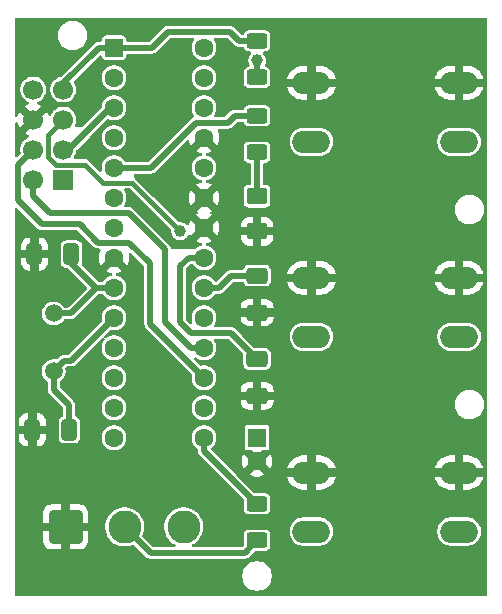
<source format=gbr>
%TF.GenerationSoftware,KiCad,Pcbnew,9.0.3*%
%TF.CreationDate,2025-07-13T15:08:49+05:30*%
%TF.ProjectId,lighting_pcb_tht,6c696768-7469-46e6-975f-7063625f7468,rev?*%
%TF.SameCoordinates,Original*%
%TF.FileFunction,Copper,L1,Top*%
%TF.FilePolarity,Positive*%
%FSLAX46Y46*%
G04 Gerber Fmt 4.6, Leading zero omitted, Abs format (unit mm)*
G04 Created by KiCad (PCBNEW 9.0.3) date 2025-07-13 15:08:49*
%MOMM*%
%LPD*%
G01*
G04 APERTURE LIST*
G04 Aperture macros list*
%AMRoundRect*
0 Rectangle with rounded corners*
0 $1 Rounding radius*
0 $2 $3 $4 $5 $6 $7 $8 $9 X,Y pos of 4 corners*
0 Add a 4 corners polygon primitive as box body*
4,1,4,$2,$3,$4,$5,$6,$7,$8,$9,$2,$3,0*
0 Add four circle primitives for the rounded corners*
1,1,$1+$1,$2,$3*
1,1,$1+$1,$4,$5*
1,1,$1+$1,$6,$7*
1,1,$1+$1,$8,$9*
0 Add four rect primitives between the rounded corners*
20,1,$1+$1,$2,$3,$4,$5,0*
20,1,$1+$1,$4,$5,$6,$7,0*
20,1,$1+$1,$6,$7,$8,$9,0*
20,1,$1+$1,$8,$9,$2,$3,0*%
G04 Aperture macros list end*
%TA.AperFunction,SMDPad,CuDef*%
%ADD10RoundRect,0.250000X-0.625000X0.400000X-0.625000X-0.400000X0.625000X-0.400000X0.625000X0.400000X0*%
%TD*%
%TA.AperFunction,ComponentPad*%
%ADD11O,3.200000X1.900000*%
%TD*%
%TA.AperFunction,ComponentPad*%
%ADD12R,1.600000X1.600000*%
%TD*%
%TA.AperFunction,ComponentPad*%
%ADD13C,1.600000*%
%TD*%
%TA.AperFunction,ComponentPad*%
%ADD14R,1.700000X1.700000*%
%TD*%
%TA.AperFunction,ComponentPad*%
%ADD15C,1.700000*%
%TD*%
%TA.AperFunction,ComponentPad*%
%ADD16RoundRect,0.250001X-1.149999X-1.149999X1.149999X-1.149999X1.149999X1.149999X-1.149999X1.149999X0*%
%TD*%
%TA.AperFunction,ComponentPad*%
%ADD17C,2.800000*%
%TD*%
%TA.AperFunction,SMDPad,CuDef*%
%ADD18RoundRect,0.250001X-0.624999X0.462499X-0.624999X-0.462499X0.624999X-0.462499X0.624999X0.462499X0*%
%TD*%
%TA.AperFunction,ComponentPad*%
%ADD19RoundRect,0.250000X-0.550000X-0.550000X0.550000X-0.550000X0.550000X0.550000X-0.550000X0.550000X0*%
%TD*%
%TA.AperFunction,SMDPad,CuDef*%
%ADD20RoundRect,0.250000X0.412500X0.650000X-0.412500X0.650000X-0.412500X-0.650000X0.412500X-0.650000X0*%
%TD*%
%TA.AperFunction,SMDPad,CuDef*%
%ADD21RoundRect,0.250000X-0.650000X0.412500X-0.650000X-0.412500X0.650000X-0.412500X0.650000X0.412500X0*%
%TD*%
%TA.AperFunction,ComponentPad*%
%ADD22C,1.500000*%
%TD*%
%TA.AperFunction,ViaPad*%
%ADD23C,1.000000*%
%TD*%
%TA.AperFunction,Conductor*%
%ADD24C,0.500000*%
%TD*%
%TA.AperFunction,Conductor*%
%ADD25C,0.400000*%
%TD*%
G04 APERTURE END LIST*
D10*
%TO.P,R1,1*%
%TO.N,Net-(J2-Pin_7)*%
X21000000Y-2460000D03*
%TO.P,R1,2*%
%TO.N,+5V*%
X21000000Y-5560000D03*
%TD*%
D11*
%TO.P,SW3,1,1*%
%TO.N,GND*%
X25600000Y-39010000D03*
X38100000Y-39010000D03*
%TO.P,SW3,2,2*%
%TO.N,Net-(U1-PD7)*%
X25600000Y-44010000D03*
X38100000Y-44010000D03*
%TD*%
%TO.P,SW2,1,1*%
%TO.N,GND*%
X25600000Y-22510000D03*
X38100000Y-22510000D03*
%TO.P,SW2,2,2*%
%TO.N,Net-(U1-PD6)*%
X25600000Y-27510000D03*
X38100000Y-27510000D03*
%TD*%
D12*
%TO.P,C3,1*%
%TO.N,+5V*%
X21000000Y-36050000D03*
D13*
%TO.P,C3,2*%
%TO.N,GND*%
X21000000Y-38050000D03*
%TD*%
D14*
%TO.P,J2,1,Pin_1*%
%TO.N,Net-(J2-Pin_1)*%
X4600000Y-14200000D03*
D15*
%TO.P,J2,2,Pin_2*%
%TO.N,Net-(J2-Pin_2)*%
X2060000Y-14200000D03*
%TO.P,J2,3,Pin_3*%
%TO.N,Net-(J2-Pin_3)*%
X4600000Y-11660000D03*
%TO.P,J2,4,Pin_4*%
%TO.N,Net-(J2-Pin_4)*%
X2060000Y-11660000D03*
%TO.P,J2,5,Pin_5*%
%TO.N,Net-(J2-Pin_5)*%
X4600000Y-9120000D03*
%TO.P,J2,6,Pin_6*%
%TO.N,GND*%
X2060000Y-9120000D03*
%TO.P,J2,7,Pin_7*%
%TO.N,Net-(J2-Pin_7)*%
X4600000Y-6580000D03*
%TO.P,J2,8,Pin_8*%
%TO.N,+5V*%
X2060000Y-6580000D03*
%TD*%
D16*
%TO.P,J1,1,Pin_1*%
%TO.N,GND*%
X4790000Y-43610000D03*
D17*
%TO.P,J1,2,Pin_2*%
%TO.N,Net-(J1-Pin_2)*%
X9790000Y-43610000D03*
%TO.P,J1,3,Pin_3*%
%TO.N,+5V*%
X14790000Y-43610000D03*
%TD*%
D18*
%TO.P,D1,1,K*%
%TO.N,Net-(D1-K)*%
X21000000Y-15612500D03*
%TO.P,D1,2,A*%
%TO.N,GND*%
X21000000Y-18587500D03*
%TD*%
D19*
%TO.P,U1,1,~{RESET}/PC6*%
%TO.N,Net-(J2-Pin_7)*%
X8890000Y-3050000D03*
D13*
%TO.P,U1,2,PD0*%
%TO.N,Net-(J2-Pin_1)*%
X8890000Y-5590000D03*
%TO.P,U1,3,PD1*%
%TO.N,Net-(J2-Pin_3)*%
X8890000Y-8130000D03*
%TO.P,U1,4,PD2*%
%TO.N,unconnected-(U1-PD2-Pad4)*%
X8890000Y-10670000D03*
%TO.P,U1,5,PD3*%
%TO.N,Net-(U1-PD3)*%
X8890000Y-13210000D03*
%TO.P,U1,6,PD4*%
%TO.N,unconnected-(U1-PD4-Pad6)*%
X8890000Y-15750000D03*
%TO.P,U1,7,VCC*%
%TO.N,+5V*%
X8890000Y-18290000D03*
%TO.P,U1,8,GND*%
%TO.N,GND*%
X8890000Y-20830000D03*
%TO.P,U1,9,XTAL1/PB6*%
%TO.N,Net-(U1-XTAL1{slash}PB6)*%
X8890000Y-23370000D03*
%TO.P,U1,10,XTAL2/PB7*%
%TO.N,Net-(U1-XTAL2{slash}PB7)*%
X8890000Y-25910000D03*
%TO.P,U1,11,PD5*%
%TO.N,Net-(U1-PD5)*%
X8890000Y-28450000D03*
%TO.P,U1,12,PD6*%
%TO.N,Net-(U1-PD6)*%
X8890000Y-30990000D03*
%TO.P,U1,13,PD7*%
%TO.N,Net-(U1-PD7)*%
X8890000Y-33530000D03*
%TO.P,U1,14,PB0*%
%TO.N,unconnected-(U1-PB0-Pad14)*%
X8890000Y-36070000D03*
%TO.P,U1,15,PB1*%
%TO.N,Net-(U1-PB1)*%
X16510000Y-36070000D03*
%TO.P,U1,16,PB2*%
%TO.N,unconnected-(U1-PB2-Pad16)*%
X16510000Y-33530000D03*
%TO.P,U1,17,PB3*%
%TO.N,Net-(J2-Pin_4)*%
X16510000Y-30990000D03*
%TO.P,U1,18,PB4*%
%TO.N,Net-(J2-Pin_2)*%
X16510000Y-28450000D03*
%TO.P,U1,19,PB5*%
%TO.N,Net-(J2-Pin_5)*%
X16510000Y-25910000D03*
%TO.P,U1,20,AVCC*%
%TO.N,+5V*%
X16510000Y-23370000D03*
%TO.P,U1,21,AREF*%
%TO.N,Net-(U1-AREF)*%
X16510000Y-20830000D03*
%TO.P,U1,22,GND*%
%TO.N,GND*%
X16510000Y-18290000D03*
%TO.P,U1,23,PC0*%
X16510000Y-15750000D03*
%TO.P,U1,24,PC1*%
%TO.N,unconnected-(U1-PC1-Pad24)*%
X16510000Y-13210000D03*
%TO.P,U1,25,PC2*%
%TO.N,GND*%
X16510000Y-10670000D03*
%TO.P,U1,26,PC3*%
%TO.N,unconnected-(U1-PC3-Pad26)*%
X16510000Y-8130000D03*
%TO.P,U1,27,PC4*%
%TO.N,unconnected-(U1-PC4-Pad27)*%
X16510000Y-5590000D03*
%TO.P,U1,28,PC5*%
%TO.N,unconnected-(U1-PC5-Pad28)*%
X16510000Y-3050000D03*
%TD*%
D10*
%TO.P,R2,1*%
%TO.N,Net-(U1-PB1)*%
X21000000Y-41660000D03*
%TO.P,R2,2*%
%TO.N,Net-(J1-Pin_2)*%
X21000000Y-44760000D03*
%TD*%
D20*
%TO.P,C2,1*%
%TO.N,Net-(U1-XTAL1{slash}PB6)*%
X5282500Y-20510000D03*
%TO.P,C2,2*%
%TO.N,GND*%
X2157500Y-20510000D03*
%TD*%
D21*
%TO.P,C5,1*%
%TO.N,Net-(U1-AREF)*%
X21000000Y-29387500D03*
%TO.P,C5,2*%
%TO.N,GND*%
X21000000Y-32512500D03*
%TD*%
%TO.P,C1,1*%
%TO.N,+5V*%
X21000000Y-22337500D03*
%TO.P,C1,2*%
%TO.N,GND*%
X21000000Y-25462500D03*
%TD*%
D10*
%TO.P,R3,1*%
%TO.N,Net-(U1-PD3)*%
X21000000Y-8790000D03*
%TO.P,R3,2*%
%TO.N,Net-(D1-K)*%
X21000000Y-11890000D03*
%TD*%
D20*
%TO.P,C4,1*%
%TO.N,Net-(U1-XTAL2{slash}PB7)*%
X5110000Y-35400000D03*
%TO.P,C4,2*%
%TO.N,GND*%
X1985000Y-35400000D03*
%TD*%
D11*
%TO.P,SW1,1,1*%
%TO.N,GND*%
X25600000Y-6000000D03*
X38100000Y-6000000D03*
%TO.P,SW1,2,2*%
%TO.N,Net-(U1-PD5)*%
X25600000Y-11000000D03*
X38100000Y-11000000D03*
%TD*%
D22*
%TO.P,Y1,1,1*%
%TO.N,Net-(U1-XTAL1{slash}PB6)*%
X3790000Y-25540000D03*
%TO.P,Y1,2,2*%
%TO.N,Net-(U1-XTAL2{slash}PB7)*%
X3790000Y-30420000D03*
%TD*%
D23*
%TO.N,+5V*%
X21000000Y-4110000D03*
%TO.N,Net-(J2-Pin_5)*%
X14480000Y-18570000D03*
%TD*%
D24*
%TO.N,+5V*%
X18620000Y-22540000D02*
X18430000Y-22730000D01*
X18822500Y-22337500D02*
X21000000Y-22337500D01*
X18430000Y-22730000D02*
X18822500Y-22337500D01*
X18430000Y-22730000D02*
X17790000Y-23370000D01*
X21000000Y-5560000D02*
X21000000Y-4110000D01*
X17790000Y-23370000D02*
X16510000Y-23370000D01*
%TO.N,Net-(J1-Pin_2)*%
X12000000Y-45820000D02*
X19940000Y-45820000D01*
X19940000Y-45820000D02*
X21000000Y-44760000D01*
X9790000Y-43610000D02*
X12000000Y-45820000D01*
%TO.N,Net-(D1-K)*%
X21000000Y-15612500D02*
X21000000Y-11890000D01*
%TO.N,Net-(U1-XTAL1{slash}PB6)*%
X5282500Y-21292500D02*
X5282500Y-20510000D01*
X7390000Y-23370000D02*
X7360000Y-23370000D01*
X3790000Y-25540000D02*
X5220000Y-25540000D01*
X5220000Y-25540000D02*
X7390000Y-23370000D01*
X7360000Y-23370000D02*
X5282500Y-21292500D01*
X7390000Y-23370000D02*
X8890000Y-23370000D01*
%TO.N,Net-(U1-XTAL2{slash}PB7)*%
X3790000Y-30420000D02*
X4680000Y-29530000D01*
X5270000Y-29530000D02*
X8890000Y-25910000D01*
X3790000Y-30420000D02*
X3790000Y-32010000D01*
X4680000Y-29530000D02*
X5270000Y-29530000D01*
X3790000Y-32010000D02*
X5110000Y-33330000D01*
X5110000Y-33330000D02*
X5110000Y-35400000D01*
%TO.N,Net-(U1-AREF)*%
X15390000Y-27180000D02*
X18300000Y-27180000D01*
X16510000Y-20830000D02*
X15200000Y-20830000D01*
X14470000Y-26260000D02*
X15390000Y-27180000D01*
X14470000Y-21560000D02*
X14470000Y-26260000D01*
X18300000Y-27180000D02*
X18792500Y-27180000D01*
X15200000Y-20830000D02*
X14470000Y-21560000D01*
X18792500Y-27180000D02*
X21000000Y-29387500D01*
%TO.N,Net-(U1-PB1)*%
X16510000Y-37000000D02*
X16510000Y-37170000D01*
X16510000Y-36070000D02*
X16510000Y-37000000D01*
X16510000Y-37170000D02*
X21000000Y-41660000D01*
X20880000Y-41630000D02*
X20880000Y-41660000D01*
%TO.N,Net-(U1-PD3)*%
X8890000Y-13210000D02*
X11990000Y-13210000D01*
X18500000Y-9400000D02*
X19110000Y-8790000D01*
X11990000Y-13210000D02*
X15800000Y-9400000D01*
X19110000Y-8790000D02*
X21000000Y-8790000D01*
X15800000Y-9400000D02*
X18500000Y-9400000D01*
%TO.N,Net-(J2-Pin_4)*%
X751000Y-12969000D02*
X751000Y-15951000D01*
X5980000Y-17990000D02*
X7531000Y-19541000D01*
X11970000Y-21311000D02*
X11970000Y-26450000D01*
X11970000Y-26450000D02*
X16510000Y-30990000D01*
X751000Y-15951000D02*
X2790000Y-17990000D01*
X2060000Y-11660000D02*
X751000Y-12969000D01*
X2790000Y-17990000D02*
X5980000Y-17990000D01*
X7531000Y-19541000D02*
X10200000Y-19541000D01*
X10200000Y-19541000D02*
X11970000Y-21311000D01*
D25*
%TO.N,Net-(J2-Pin_5)*%
X7983483Y-14478500D02*
X6434983Y-12930000D01*
X3966816Y-12930000D02*
X3330000Y-12293184D01*
X3330000Y-10390000D02*
X4600000Y-9120000D01*
X14480000Y-18570000D02*
X10388500Y-14478500D01*
X3330000Y-12293184D02*
X3330000Y-10390000D01*
X10388500Y-14478500D02*
X7983483Y-14478500D01*
X6434983Y-12930000D02*
X3966816Y-12930000D01*
D24*
%TO.N,Net-(J2-Pin_3)*%
X5030000Y-11660000D02*
X8560000Y-8130000D01*
X4600000Y-11660000D02*
X5030000Y-11660000D01*
X8560000Y-8130000D02*
X8890000Y-8130000D01*
%TO.N,Net-(J2-Pin_2)*%
X2060000Y-15580000D02*
X2060000Y-14200000D01*
X15400000Y-28450000D02*
X13220000Y-26270000D01*
X16510000Y-28450000D02*
X15400000Y-28450000D01*
X10120000Y-17020000D02*
X3500000Y-17020000D01*
X3500000Y-17020000D02*
X2060000Y-15580000D01*
X13220000Y-26270000D02*
X13220000Y-20120000D01*
X13220000Y-20120000D02*
X10120000Y-17020000D01*
%TO.N,Net-(J2-Pin_7)*%
X18700000Y-1700000D02*
X13420000Y-1700000D01*
X13420000Y-1700000D02*
X12070000Y-3050000D01*
X12070000Y-3050000D02*
X8890000Y-3050000D01*
X19460000Y-2460000D02*
X18700000Y-1700000D01*
X8890000Y-3050000D02*
X7600000Y-3050000D01*
X4600000Y-6050000D02*
X4600000Y-6580000D01*
X7600000Y-3050000D02*
X4600000Y-6050000D01*
X19460000Y-2460000D02*
X21000000Y-2460000D01*
%TD*%
%TA.AperFunction,Conductor*%
%TO.N,GND*%
G36*
X40442539Y-520185D02*
G01*
X40488294Y-572989D01*
X40499500Y-624500D01*
X40499500Y-49375500D01*
X40479815Y-49442539D01*
X40427011Y-49488294D01*
X40375500Y-49499500D01*
X624500Y-49499500D01*
X557461Y-49479815D01*
X511706Y-49427011D01*
X500500Y-49375500D01*
X500500Y-47671577D01*
X19749500Y-47671577D01*
X19749500Y-47868422D01*
X19780290Y-48062826D01*
X19841117Y-48250029D01*
X19930476Y-48425405D01*
X20046172Y-48584646D01*
X20185354Y-48723828D01*
X20344595Y-48839524D01*
X20427455Y-48881743D01*
X20519970Y-48928882D01*
X20519972Y-48928882D01*
X20519975Y-48928884D01*
X20620317Y-48961487D01*
X20707173Y-48989709D01*
X20901578Y-49020500D01*
X20901583Y-49020500D01*
X21098422Y-49020500D01*
X21292826Y-48989709D01*
X21480025Y-48928884D01*
X21655405Y-48839524D01*
X21814646Y-48723828D01*
X21953828Y-48584646D01*
X22069524Y-48425405D01*
X22158884Y-48250025D01*
X22219709Y-48062826D01*
X22250500Y-47868422D01*
X22250500Y-47671577D01*
X22219709Y-47477173D01*
X22158882Y-47289970D01*
X22069523Y-47114594D01*
X21953828Y-46955354D01*
X21814646Y-46816172D01*
X21655405Y-46700476D01*
X21480029Y-46611117D01*
X21292826Y-46550290D01*
X21098422Y-46519500D01*
X21098417Y-46519500D01*
X20901583Y-46519500D01*
X20901578Y-46519500D01*
X20707173Y-46550290D01*
X20519970Y-46611117D01*
X20344594Y-46700476D01*
X20253741Y-46766485D01*
X20185354Y-46816172D01*
X20185352Y-46816174D01*
X20185351Y-46816174D01*
X20046174Y-46955351D01*
X20046174Y-46955352D01*
X20046172Y-46955354D01*
X19996485Y-47023741D01*
X19930476Y-47114594D01*
X19841117Y-47289970D01*
X19780290Y-47477173D01*
X19749500Y-47671577D01*
X500500Y-47671577D01*
X500500Y-42410014D01*
X2890000Y-42410014D01*
X2890000Y-43260000D01*
X4242115Y-43260000D01*
X4213978Y-43302110D01*
X4164979Y-43420402D01*
X4140000Y-43545981D01*
X4140000Y-43674019D01*
X4164979Y-43799598D01*
X4213978Y-43917890D01*
X4242115Y-43960000D01*
X2890000Y-43960000D01*
X2890000Y-44809985D01*
X2900493Y-44912689D01*
X2900494Y-44912696D01*
X2955641Y-45079118D01*
X2955643Y-45079123D01*
X3047684Y-45228344D01*
X3171655Y-45352315D01*
X3320876Y-45444356D01*
X3320881Y-45444358D01*
X3487303Y-45499505D01*
X3487310Y-45499506D01*
X3590014Y-45509999D01*
X3590027Y-45510000D01*
X4440000Y-45510000D01*
X4440000Y-44157885D01*
X4482110Y-44186022D01*
X4600402Y-44235021D01*
X4725981Y-44260000D01*
X4854019Y-44260000D01*
X4979598Y-44235021D01*
X5097890Y-44186022D01*
X5140000Y-44157885D01*
X5140000Y-45510000D01*
X5989973Y-45510000D01*
X5989985Y-45509999D01*
X6092689Y-45499506D01*
X6092696Y-45499505D01*
X6259118Y-45444358D01*
X6259123Y-45444356D01*
X6408344Y-45352315D01*
X6532315Y-45228344D01*
X6624356Y-45079123D01*
X6624358Y-45079118D01*
X6679505Y-44912696D01*
X6679506Y-44912689D01*
X6689999Y-44809985D01*
X6690000Y-44809972D01*
X6690000Y-43960000D01*
X5337885Y-43960000D01*
X5366022Y-43917890D01*
X5415021Y-43799598D01*
X5440000Y-43674019D01*
X5440000Y-43545981D01*
X5426895Y-43480097D01*
X8139500Y-43480097D01*
X8139500Y-43739902D01*
X8180140Y-43996493D01*
X8260422Y-44243576D01*
X8323944Y-44368242D01*
X8378366Y-44475051D01*
X8531069Y-44685229D01*
X8714771Y-44868931D01*
X8924949Y-45021634D01*
X9037777Y-45079123D01*
X9156423Y-45139577D01*
X9156425Y-45139577D01*
X9156428Y-45139579D01*
X9403507Y-45219860D01*
X9535706Y-45240797D01*
X9660098Y-45260500D01*
X9660103Y-45260500D01*
X9919902Y-45260500D01*
X10033298Y-45242539D01*
X10176493Y-45219860D01*
X10423572Y-45139579D01*
X10467970Y-45116956D01*
X10536637Y-45104060D01*
X10601378Y-45130335D01*
X10611946Y-45139760D01*
X11692686Y-46220500D01*
X11806814Y-46286392D01*
X11934108Y-46320500D01*
X11934110Y-46320500D01*
X20005890Y-46320500D01*
X20005892Y-46320500D01*
X20133186Y-46286392D01*
X20247314Y-46220500D01*
X20770995Y-45696817D01*
X20832318Y-45663333D01*
X20858676Y-45660499D01*
X21672871Y-45660499D01*
X21672872Y-45660499D01*
X21732483Y-45654091D01*
X21867331Y-45603796D01*
X21982546Y-45517546D01*
X22068796Y-45402331D01*
X22119091Y-45267483D01*
X22125500Y-45207873D01*
X22125499Y-44312128D01*
X22119091Y-44252517D01*
X22115756Y-44243576D01*
X22068797Y-44117671D01*
X22068793Y-44117664D01*
X21982547Y-44002455D01*
X21982544Y-44002452D01*
X21867335Y-43916206D01*
X21867328Y-43916202D01*
X21865481Y-43915513D01*
X23749500Y-43915513D01*
X23749500Y-44104486D01*
X23779059Y-44291118D01*
X23837454Y-44470836D01*
X23923240Y-44639199D01*
X24034310Y-44792073D01*
X24167927Y-44925690D01*
X24320801Y-45036760D01*
X24397924Y-45076056D01*
X24489163Y-45122545D01*
X24489165Y-45122545D01*
X24489168Y-45122547D01*
X24541581Y-45139577D01*
X24668881Y-45180940D01*
X24855514Y-45210500D01*
X24855519Y-45210500D01*
X26344486Y-45210500D01*
X26531118Y-45180940D01*
X26541136Y-45177685D01*
X26710832Y-45122547D01*
X26879199Y-45036760D01*
X27032073Y-44925690D01*
X27165690Y-44792073D01*
X27276760Y-44639199D01*
X27362547Y-44470832D01*
X27420940Y-44291118D01*
X27428470Y-44243575D01*
X27450500Y-44104486D01*
X27450500Y-43915513D01*
X36249500Y-43915513D01*
X36249500Y-44104486D01*
X36279059Y-44291118D01*
X36337454Y-44470836D01*
X36423240Y-44639199D01*
X36534310Y-44792073D01*
X36667927Y-44925690D01*
X36820801Y-45036760D01*
X36897924Y-45076056D01*
X36989163Y-45122545D01*
X36989165Y-45122545D01*
X36989168Y-45122547D01*
X37041581Y-45139577D01*
X37168881Y-45180940D01*
X37355514Y-45210500D01*
X37355519Y-45210500D01*
X38844486Y-45210500D01*
X39031118Y-45180940D01*
X39041136Y-45177685D01*
X39210832Y-45122547D01*
X39379199Y-45036760D01*
X39532073Y-44925690D01*
X39665690Y-44792073D01*
X39776760Y-44639199D01*
X39862547Y-44470832D01*
X39920940Y-44291118D01*
X39928470Y-44243575D01*
X39950500Y-44104486D01*
X39950500Y-43915513D01*
X39920940Y-43728881D01*
X39862545Y-43549163D01*
X39817290Y-43460347D01*
X39776760Y-43380801D01*
X39665690Y-43227927D01*
X39532073Y-43094310D01*
X39379199Y-42983240D01*
X39333588Y-42960000D01*
X39210836Y-42897454D01*
X39031118Y-42839059D01*
X38844486Y-42809500D01*
X38844481Y-42809500D01*
X37355519Y-42809500D01*
X37355514Y-42809500D01*
X37168881Y-42839059D01*
X36989163Y-42897454D01*
X36820800Y-42983240D01*
X36818407Y-42984979D01*
X36667927Y-43094310D01*
X36667925Y-43094312D01*
X36667924Y-43094312D01*
X36534312Y-43227924D01*
X36534312Y-43227925D01*
X36534310Y-43227927D01*
X36486610Y-43293579D01*
X36423240Y-43380800D01*
X36337454Y-43549163D01*
X36279059Y-43728881D01*
X36249500Y-43915513D01*
X27450500Y-43915513D01*
X27420940Y-43728881D01*
X27362545Y-43549163D01*
X27317290Y-43460347D01*
X27276760Y-43380801D01*
X27165690Y-43227927D01*
X27032073Y-43094310D01*
X26879199Y-42983240D01*
X26833588Y-42960000D01*
X26710836Y-42897454D01*
X26531118Y-42839059D01*
X26344486Y-42809500D01*
X26344481Y-42809500D01*
X24855519Y-42809500D01*
X24855514Y-42809500D01*
X24668881Y-42839059D01*
X24489163Y-42897454D01*
X24320800Y-42983240D01*
X24318407Y-42984979D01*
X24167927Y-43094310D01*
X24167925Y-43094312D01*
X24167924Y-43094312D01*
X24034312Y-43227924D01*
X24034312Y-43227925D01*
X24034310Y-43227927D01*
X23986610Y-43293579D01*
X23923240Y-43380800D01*
X23837454Y-43549163D01*
X23779059Y-43728881D01*
X23749500Y-43915513D01*
X21865481Y-43915513D01*
X21732482Y-43865908D01*
X21732483Y-43865908D01*
X21672883Y-43859501D01*
X21672881Y-43859500D01*
X21672873Y-43859500D01*
X21672864Y-43859500D01*
X20327129Y-43859500D01*
X20327123Y-43859501D01*
X20267516Y-43865908D01*
X20132671Y-43916202D01*
X20132664Y-43916206D01*
X20017455Y-44002452D01*
X20017452Y-44002455D01*
X19931206Y-44117664D01*
X19931202Y-44117671D01*
X19880908Y-44252517D01*
X19874501Y-44312116D01*
X19874501Y-44312123D01*
X19874500Y-44312135D01*
X19874500Y-45126322D01*
X19865856Y-45155758D01*
X19859333Y-45185748D01*
X19855577Y-45190765D01*
X19854815Y-45193361D01*
X19838182Y-45214003D01*
X19769005Y-45283181D01*
X19707682Y-45316666D01*
X19681323Y-45319500D01*
X15586954Y-45319500D01*
X15519915Y-45299815D01*
X15474160Y-45247011D01*
X15464216Y-45177853D01*
X15493241Y-45114297D01*
X15530659Y-45085015D01*
X15655051Y-45021634D01*
X15865229Y-44868931D01*
X16048931Y-44685229D01*
X16201634Y-44475051D01*
X16319579Y-44243572D01*
X16399860Y-43996493D01*
X16422539Y-43853298D01*
X16440500Y-43739902D01*
X16440500Y-43480097D01*
X16412309Y-43302110D01*
X16399860Y-43223507D01*
X16319579Y-42976428D01*
X16319577Y-42976425D01*
X16319577Y-42976423D01*
X16249586Y-42839060D01*
X16201634Y-42744949D01*
X16048931Y-42534771D01*
X15865229Y-42351069D01*
X15655051Y-42198366D01*
X15542231Y-42140881D01*
X15423576Y-42080422D01*
X15176493Y-42000140D01*
X14919902Y-41959500D01*
X14919897Y-41959500D01*
X14660103Y-41959500D01*
X14660098Y-41959500D01*
X14403506Y-42000140D01*
X14156423Y-42080422D01*
X13924945Y-42198368D01*
X13714774Y-42351066D01*
X13714768Y-42351071D01*
X13531071Y-42534768D01*
X13531066Y-42534774D01*
X13378368Y-42744945D01*
X13260422Y-42976423D01*
X13180140Y-43223506D01*
X13139500Y-43480097D01*
X13139500Y-43739902D01*
X13180140Y-43996493D01*
X13260422Y-44243576D01*
X13323944Y-44368242D01*
X13378366Y-44475051D01*
X13531069Y-44685229D01*
X13714771Y-44868931D01*
X13924949Y-45021634D01*
X14037777Y-45079123D01*
X14049341Y-45085015D01*
X14100137Y-45132990D01*
X14116932Y-45200811D01*
X14094395Y-45266946D01*
X14039679Y-45310397D01*
X13993046Y-45319500D01*
X12258676Y-45319500D01*
X12191637Y-45299815D01*
X12170995Y-45283181D01*
X11319760Y-44431946D01*
X11286275Y-44370623D01*
X11291259Y-44300931D01*
X11296951Y-44287981D01*
X11319579Y-44243572D01*
X11399860Y-43996493D01*
X11422539Y-43853298D01*
X11440500Y-43739902D01*
X11440500Y-43480097D01*
X11412309Y-43302110D01*
X11399860Y-43223507D01*
X11319579Y-42976428D01*
X11319577Y-42976425D01*
X11319577Y-42976423D01*
X11249586Y-42839060D01*
X11201634Y-42744949D01*
X11048931Y-42534771D01*
X10865229Y-42351069D01*
X10655051Y-42198366D01*
X10542231Y-42140881D01*
X10423576Y-42080422D01*
X10176493Y-42000140D01*
X9919902Y-41959500D01*
X9919897Y-41959500D01*
X9660103Y-41959500D01*
X9660098Y-41959500D01*
X9403506Y-42000140D01*
X9156423Y-42080422D01*
X8924945Y-42198368D01*
X8714774Y-42351066D01*
X8714768Y-42351071D01*
X8531071Y-42534768D01*
X8531066Y-42534774D01*
X8378368Y-42744945D01*
X8260422Y-42976423D01*
X8180140Y-43223506D01*
X8139500Y-43480097D01*
X5426895Y-43480097D01*
X5415021Y-43420402D01*
X5366022Y-43302110D01*
X5337885Y-43260000D01*
X6690000Y-43260000D01*
X6690000Y-42410027D01*
X6689999Y-42410014D01*
X6679506Y-42307310D01*
X6679505Y-42307303D01*
X6624358Y-42140881D01*
X6624356Y-42140876D01*
X6532315Y-41991655D01*
X6408344Y-41867684D01*
X6259123Y-41775643D01*
X6259118Y-41775641D01*
X6092696Y-41720494D01*
X6092689Y-41720493D01*
X5989985Y-41710000D01*
X5140000Y-41710000D01*
X5140000Y-43062114D01*
X5097890Y-43033978D01*
X4979598Y-42984979D01*
X4854019Y-42960000D01*
X4725981Y-42960000D01*
X4600402Y-42984979D01*
X4482110Y-43033978D01*
X4440000Y-43062114D01*
X4440000Y-41710000D01*
X3590014Y-41710000D01*
X3487310Y-41720493D01*
X3487303Y-41720494D01*
X3320881Y-41775641D01*
X3320876Y-41775643D01*
X3171655Y-41867684D01*
X3047684Y-41991655D01*
X2955643Y-42140876D01*
X2955641Y-42140881D01*
X2900494Y-42307303D01*
X2900493Y-42307310D01*
X2890000Y-42410014D01*
X500500Y-42410014D01*
X500500Y-36099986D01*
X822501Y-36099986D01*
X832994Y-36202697D01*
X888141Y-36369119D01*
X888143Y-36369124D01*
X980184Y-36518345D01*
X1104154Y-36642315D01*
X1253375Y-36734356D01*
X1253380Y-36734358D01*
X1419802Y-36789505D01*
X1419809Y-36789506D01*
X1522519Y-36799999D01*
X1634999Y-36799999D01*
X2335000Y-36799999D01*
X2447472Y-36799999D01*
X2447486Y-36799998D01*
X2550197Y-36789505D01*
X2716619Y-36734358D01*
X2716624Y-36734356D01*
X2865845Y-36642315D01*
X2989815Y-36518345D01*
X3081856Y-36369124D01*
X3081858Y-36369119D01*
X3137005Y-36202697D01*
X3137006Y-36202690D01*
X3147499Y-36099986D01*
X3147500Y-36099973D01*
X3147500Y-35750000D01*
X2335000Y-35750000D01*
X2335000Y-36799999D01*
X1634999Y-36799999D01*
X1635000Y-36799998D01*
X1635000Y-35750000D01*
X822501Y-35750000D01*
X822501Y-36099986D01*
X500500Y-36099986D01*
X500500Y-34700013D01*
X822500Y-34700013D01*
X822500Y-35050000D01*
X1635000Y-35050000D01*
X2335000Y-35050000D01*
X3147499Y-35050000D01*
X3147499Y-34700028D01*
X3147498Y-34700013D01*
X3137005Y-34597302D01*
X3081858Y-34430880D01*
X3081856Y-34430875D01*
X2989815Y-34281654D01*
X2865845Y-34157684D01*
X2716624Y-34065643D01*
X2716619Y-34065641D01*
X2550197Y-34010494D01*
X2550190Y-34010493D01*
X2447486Y-34000000D01*
X2335000Y-34000000D01*
X2335000Y-35050000D01*
X1635000Y-35050000D01*
X1635000Y-34000000D01*
X1522527Y-34000000D01*
X1522512Y-34000001D01*
X1419802Y-34010494D01*
X1253380Y-34065641D01*
X1253375Y-34065643D01*
X1104154Y-34157684D01*
X980184Y-34281654D01*
X888143Y-34430875D01*
X888141Y-34430880D01*
X832994Y-34597302D01*
X832993Y-34597309D01*
X822500Y-34700013D01*
X500500Y-34700013D01*
X500500Y-30518543D01*
X2789499Y-30518543D01*
X2827947Y-30711829D01*
X2827950Y-30711839D01*
X2903364Y-30893907D01*
X2903371Y-30893920D01*
X3012860Y-31057781D01*
X3012863Y-31057785D01*
X3152213Y-31197135D01*
X3152216Y-31197137D01*
X3152218Y-31197139D01*
X3234391Y-31252045D01*
X3279195Y-31305655D01*
X3289500Y-31355146D01*
X3289500Y-31944108D01*
X3289500Y-32075892D01*
X3306554Y-32139539D01*
X3323608Y-32203187D01*
X3356554Y-32260250D01*
X3389500Y-32317314D01*
X3389502Y-32317316D01*
X4573181Y-33500995D01*
X4606666Y-33562318D01*
X4609500Y-33588676D01*
X4609500Y-34162547D01*
X4589815Y-34229586D01*
X4537011Y-34275341D01*
X4528833Y-34278729D01*
X4455171Y-34306202D01*
X4455164Y-34306206D01*
X4339955Y-34392452D01*
X4339952Y-34392455D01*
X4253706Y-34507664D01*
X4253702Y-34507671D01*
X4203408Y-34642517D01*
X4197001Y-34702116D01*
X4197001Y-34702123D01*
X4197000Y-34702135D01*
X4197000Y-36097870D01*
X4197001Y-36097876D01*
X4203408Y-36157483D01*
X4253702Y-36292328D01*
X4253706Y-36292335D01*
X4339952Y-36407544D01*
X4339955Y-36407547D01*
X4455164Y-36493793D01*
X4455171Y-36493797D01*
X4590017Y-36544091D01*
X4590016Y-36544091D01*
X4596944Y-36544835D01*
X4649627Y-36550500D01*
X5570372Y-36550499D01*
X5629983Y-36544091D01*
X5764831Y-36493796D01*
X5880046Y-36407546D01*
X5966296Y-36292331D01*
X6016591Y-36157483D01*
X6023000Y-36097873D01*
X6023000Y-35966530D01*
X7839500Y-35966530D01*
X7839500Y-36173469D01*
X7879868Y-36376412D01*
X7879870Y-36376420D01*
X7959058Y-36567596D01*
X8074024Y-36739657D01*
X8220342Y-36885975D01*
X8220345Y-36885977D01*
X8392402Y-37000941D01*
X8583580Y-37080130D01*
X8784951Y-37120185D01*
X8786530Y-37120499D01*
X8786534Y-37120500D01*
X8786535Y-37120500D01*
X8993466Y-37120500D01*
X8993467Y-37120499D01*
X9196420Y-37080130D01*
X9387598Y-37000941D01*
X9559655Y-36885977D01*
X9705977Y-36739655D01*
X9820941Y-36567598D01*
X9900130Y-36376420D01*
X9940500Y-36173465D01*
X9940500Y-35966535D01*
X9940499Y-35966530D01*
X15459500Y-35966530D01*
X15459500Y-36173469D01*
X15499868Y-36376412D01*
X15499870Y-36376420D01*
X15579058Y-36567596D01*
X15694024Y-36739657D01*
X15840340Y-36885973D01*
X15840343Y-36885975D01*
X15840345Y-36885977D01*
X15951549Y-36960280D01*
X15954390Y-36962178D01*
X15999196Y-37015791D01*
X16009500Y-37065281D01*
X16009500Y-37235891D01*
X16043608Y-37363187D01*
X16071418Y-37411354D01*
X16109500Y-37477314D01*
X16109502Y-37477316D01*
X19838181Y-41205995D01*
X19871666Y-41267318D01*
X19874500Y-41293676D01*
X19874500Y-42107870D01*
X19874501Y-42107876D01*
X19880908Y-42167483D01*
X19931202Y-42302328D01*
X19931206Y-42302335D01*
X20017452Y-42417544D01*
X20017455Y-42417547D01*
X20132664Y-42503793D01*
X20132671Y-42503797D01*
X20267517Y-42554091D01*
X20267516Y-42554091D01*
X20274444Y-42554835D01*
X20327127Y-42560500D01*
X21672872Y-42560499D01*
X21732483Y-42554091D01*
X21867331Y-42503796D01*
X21982546Y-42417546D01*
X22068796Y-42302331D01*
X22119091Y-42167483D01*
X22125500Y-42107873D01*
X22125499Y-41212128D01*
X22119091Y-41152517D01*
X22068796Y-41017669D01*
X22068795Y-41017668D01*
X22068793Y-41017664D01*
X21982547Y-40902455D01*
X21982544Y-40902452D01*
X21867335Y-40816206D01*
X21867328Y-40816202D01*
X21732482Y-40765908D01*
X21732483Y-40765908D01*
X21672883Y-40759501D01*
X21672881Y-40759500D01*
X21672873Y-40759500D01*
X21672865Y-40759500D01*
X20858676Y-40759500D01*
X20791637Y-40739815D01*
X20770995Y-40723181D01*
X19231433Y-39183619D01*
X20361354Y-39183619D01*
X20500965Y-39254753D01*
X20500972Y-39254756D01*
X20695582Y-39317990D01*
X20897683Y-39350000D01*
X21102317Y-39350000D01*
X21304417Y-39317990D01*
X21499031Y-39254755D01*
X21552043Y-39227744D01*
X21638643Y-39183618D01*
X21000001Y-38544974D01*
X21000000Y-38544974D01*
X20361354Y-39183619D01*
X19231433Y-39183619D01*
X17995496Y-37947682D01*
X19700000Y-37947682D01*
X19700000Y-38152317D01*
X19732010Y-38354418D01*
X19732010Y-38354421D01*
X19795241Y-38549023D01*
X19795241Y-38549024D01*
X19866379Y-38688644D01*
X19866380Y-38688644D01*
X20505025Y-38050000D01*
X20452364Y-37997339D01*
X20600000Y-37997339D01*
X20600000Y-38102661D01*
X20627259Y-38204394D01*
X20679920Y-38295606D01*
X20754394Y-38370080D01*
X20845606Y-38422741D01*
X20947339Y-38450000D01*
X21052661Y-38450000D01*
X21154394Y-38422741D01*
X21245606Y-38370080D01*
X21320080Y-38295606D01*
X21372741Y-38204394D01*
X21400000Y-38102661D01*
X21400000Y-38050000D01*
X21494974Y-38050000D01*
X22133618Y-38688643D01*
X22148213Y-38659999D01*
X23539102Y-38659999D01*
X23539102Y-38660000D01*
X25052115Y-38660000D01*
X25023978Y-38702110D01*
X24974979Y-38820402D01*
X24950000Y-38945981D01*
X24950000Y-39074019D01*
X24974979Y-39199598D01*
X25023978Y-39317890D01*
X25052115Y-39360000D01*
X23539102Y-39360000D01*
X23606230Y-39566604D01*
X23606231Y-39566607D01*
X23709849Y-39769966D01*
X23844004Y-39954614D01*
X24005385Y-40115995D01*
X24190033Y-40250150D01*
X24393395Y-40353769D01*
X24610455Y-40424295D01*
X24835884Y-40460000D01*
X25250000Y-40460000D01*
X25250000Y-39557885D01*
X25292110Y-39586022D01*
X25410402Y-39635021D01*
X25535981Y-39660000D01*
X25664019Y-39660000D01*
X25789598Y-39635021D01*
X25907890Y-39586022D01*
X25950000Y-39557885D01*
X25950000Y-40460000D01*
X26364116Y-40460000D01*
X26589544Y-40424295D01*
X26806604Y-40353769D01*
X27009966Y-40250150D01*
X27194614Y-40115995D01*
X27355995Y-39954614D01*
X27490150Y-39769966D01*
X27593768Y-39566607D01*
X27593769Y-39566604D01*
X27660898Y-39360000D01*
X26147885Y-39360000D01*
X26176022Y-39317890D01*
X26225021Y-39199598D01*
X26250000Y-39074019D01*
X26250000Y-38945981D01*
X26225021Y-38820402D01*
X26176022Y-38702110D01*
X26147885Y-38660000D01*
X27660898Y-38660000D01*
X27660897Y-38659999D01*
X36039102Y-38659999D01*
X36039102Y-38660000D01*
X37552115Y-38660000D01*
X37523978Y-38702110D01*
X37474979Y-38820402D01*
X37450000Y-38945981D01*
X37450000Y-39074019D01*
X37474979Y-39199598D01*
X37523978Y-39317890D01*
X37552115Y-39360000D01*
X36039102Y-39360000D01*
X36106230Y-39566604D01*
X36106231Y-39566607D01*
X36209849Y-39769966D01*
X36344004Y-39954614D01*
X36505385Y-40115995D01*
X36690033Y-40250150D01*
X36893395Y-40353769D01*
X37110455Y-40424295D01*
X37335884Y-40460000D01*
X37750000Y-40460000D01*
X37750000Y-39557885D01*
X37792110Y-39586022D01*
X37910402Y-39635021D01*
X38035981Y-39660000D01*
X38164019Y-39660000D01*
X38289598Y-39635021D01*
X38407890Y-39586022D01*
X38450000Y-39557885D01*
X38450000Y-40460000D01*
X38864116Y-40460000D01*
X39089544Y-40424295D01*
X39306604Y-40353769D01*
X39509966Y-40250150D01*
X39694614Y-40115995D01*
X39855995Y-39954614D01*
X39990150Y-39769966D01*
X40093768Y-39566607D01*
X40093769Y-39566604D01*
X40160898Y-39360000D01*
X38647885Y-39360000D01*
X38676022Y-39317890D01*
X38725021Y-39199598D01*
X38750000Y-39074019D01*
X38750000Y-38945981D01*
X38725021Y-38820402D01*
X38676022Y-38702110D01*
X38647885Y-38660000D01*
X40160898Y-38660000D01*
X40160897Y-38659999D01*
X40093769Y-38453395D01*
X40093768Y-38453392D01*
X39990150Y-38250033D01*
X39855995Y-38065385D01*
X39694614Y-37904004D01*
X39509966Y-37769849D01*
X39306604Y-37666230D01*
X39089544Y-37595704D01*
X38864116Y-37560000D01*
X38450000Y-37560000D01*
X38450000Y-38462114D01*
X38407890Y-38433978D01*
X38289598Y-38384979D01*
X38164019Y-38360000D01*
X38035981Y-38360000D01*
X37910402Y-38384979D01*
X37792110Y-38433978D01*
X37750000Y-38462114D01*
X37750000Y-37560000D01*
X37335884Y-37560000D01*
X37110455Y-37595704D01*
X36893395Y-37666230D01*
X36690033Y-37769849D01*
X36505385Y-37904004D01*
X36344004Y-38065385D01*
X36209849Y-38250033D01*
X36106231Y-38453392D01*
X36106230Y-38453395D01*
X36039102Y-38659999D01*
X27660897Y-38659999D01*
X27593769Y-38453395D01*
X27593768Y-38453392D01*
X27490150Y-38250033D01*
X27355995Y-38065385D01*
X27194614Y-37904004D01*
X27009966Y-37769849D01*
X26806604Y-37666230D01*
X26589544Y-37595704D01*
X26364116Y-37560000D01*
X25950000Y-37560000D01*
X25950000Y-38462114D01*
X25907890Y-38433978D01*
X25789598Y-38384979D01*
X25664019Y-38360000D01*
X25535981Y-38360000D01*
X25410402Y-38384979D01*
X25292110Y-38433978D01*
X25250000Y-38462114D01*
X25250000Y-37560000D01*
X24835884Y-37560000D01*
X24610455Y-37595704D01*
X24393395Y-37666230D01*
X24190033Y-37769849D01*
X24005385Y-37904004D01*
X23844004Y-38065385D01*
X23709849Y-38250033D01*
X23606231Y-38453392D01*
X23606230Y-38453395D01*
X23539102Y-38659999D01*
X22148213Y-38659999D01*
X22165804Y-38625477D01*
X22165804Y-38625476D01*
X22204755Y-38549031D01*
X22267990Y-38354417D01*
X22300000Y-38152317D01*
X22300000Y-37947682D01*
X22267990Y-37745582D01*
X22204756Y-37550972D01*
X22204753Y-37550965D01*
X22133619Y-37411354D01*
X21494974Y-38050000D01*
X21400000Y-38050000D01*
X21400000Y-37997339D01*
X21372741Y-37895606D01*
X21320080Y-37804394D01*
X21245606Y-37729920D01*
X21154394Y-37677259D01*
X21052661Y-37650000D01*
X20947339Y-37650000D01*
X20845606Y-37677259D01*
X20754394Y-37729920D01*
X20679920Y-37804394D01*
X20627259Y-37895606D01*
X20600000Y-37997339D01*
X20452364Y-37997339D01*
X19866379Y-37411354D01*
X19795242Y-37550973D01*
X19795242Y-37550974D01*
X19732010Y-37745578D01*
X19732010Y-37745581D01*
X19700000Y-37947682D01*
X17995496Y-37947682D01*
X17139109Y-37091295D01*
X17105624Y-37029972D01*
X17110608Y-36960280D01*
X17152480Y-36904347D01*
X17157854Y-36900542D01*
X17179655Y-36885977D01*
X17325977Y-36739655D01*
X17440941Y-36567598D01*
X17520130Y-36376420D01*
X17560500Y-36173465D01*
X17560500Y-35966535D01*
X17520130Y-35763580D01*
X17440941Y-35572402D01*
X17325977Y-35400345D01*
X17325975Y-35400342D01*
X17179657Y-35254024D01*
X17136699Y-35225321D01*
X19949500Y-35225321D01*
X19949500Y-36874678D01*
X19964032Y-36947735D01*
X19964033Y-36947739D01*
X19964034Y-36947740D01*
X20019399Y-37030601D01*
X20093524Y-37080129D01*
X20102260Y-37085966D01*
X20102264Y-37085967D01*
X20175321Y-37100499D01*
X20175324Y-37100500D01*
X20494113Y-37100500D01*
X20561152Y-37120185D01*
X20581794Y-37136819D01*
X21000000Y-37555025D01*
X21418206Y-37136819D01*
X21479529Y-37103334D01*
X21505887Y-37100500D01*
X21824676Y-37100500D01*
X21824677Y-37100499D01*
X21897740Y-37085966D01*
X21980601Y-37030601D01*
X22035966Y-36947740D01*
X22050500Y-36874674D01*
X22050500Y-35225326D01*
X22050500Y-35225323D01*
X22050499Y-35225321D01*
X22035967Y-35152264D01*
X22035966Y-35152260D01*
X21980601Y-35069399D01*
X21897740Y-35014034D01*
X21897739Y-35014033D01*
X21897735Y-35014032D01*
X21824677Y-34999500D01*
X21824674Y-34999500D01*
X20175326Y-34999500D01*
X20175323Y-34999500D01*
X20102264Y-35014032D01*
X20102260Y-35014033D01*
X20019399Y-35069399D01*
X19964033Y-35152260D01*
X19964032Y-35152264D01*
X19949500Y-35225321D01*
X17136699Y-35225321D01*
X17093626Y-35196541D01*
X17007598Y-35139059D01*
X16816420Y-35059870D01*
X16816412Y-35059868D01*
X16613469Y-35019500D01*
X16613465Y-35019500D01*
X16406535Y-35019500D01*
X16406530Y-35019500D01*
X16203587Y-35059868D01*
X16203579Y-35059870D01*
X16012403Y-35139058D01*
X15840342Y-35254024D01*
X15694024Y-35400342D01*
X15579058Y-35572403D01*
X15499870Y-35763579D01*
X15499868Y-35763587D01*
X15459500Y-35966530D01*
X9940499Y-35966530D01*
X9900130Y-35763580D01*
X9820941Y-35572402D01*
X9705977Y-35400345D01*
X9705975Y-35400342D01*
X9559657Y-35254024D01*
X9473626Y-35196541D01*
X9387598Y-35139059D01*
X9196420Y-35059870D01*
X9196412Y-35059868D01*
X8993469Y-35019500D01*
X8993465Y-35019500D01*
X8786535Y-35019500D01*
X8786530Y-35019500D01*
X8583587Y-35059868D01*
X8583579Y-35059870D01*
X8392403Y-35139058D01*
X8220342Y-35254024D01*
X8074024Y-35400342D01*
X7959058Y-35572403D01*
X7879870Y-35763579D01*
X7879868Y-35763587D01*
X7839500Y-35966530D01*
X6023000Y-35966530D01*
X6022999Y-34702128D01*
X6016591Y-34642517D01*
X5966296Y-34507669D01*
X5966295Y-34507668D01*
X5966293Y-34507664D01*
X5880047Y-34392455D01*
X5880044Y-34392452D01*
X5764835Y-34306206D01*
X5764828Y-34306202D01*
X5691167Y-34278729D01*
X5635233Y-34236858D01*
X5610816Y-34171394D01*
X5610500Y-34162547D01*
X5610500Y-33426530D01*
X7839500Y-33426530D01*
X7839500Y-33633469D01*
X7879868Y-33836412D01*
X7879870Y-33836420D01*
X7959059Y-34027598D01*
X7984480Y-34065643D01*
X8074024Y-34199657D01*
X8220342Y-34345975D01*
X8220345Y-34345977D01*
X8392402Y-34460941D01*
X8583580Y-34540130D01*
X8786530Y-34580499D01*
X8786534Y-34580500D01*
X8786535Y-34580500D01*
X8993466Y-34580500D01*
X8993467Y-34580499D01*
X9196420Y-34540130D01*
X9387598Y-34460941D01*
X9559655Y-34345977D01*
X9705977Y-34199655D01*
X9820941Y-34027598D01*
X9900130Y-33836420D01*
X9940500Y-33633465D01*
X9940500Y-33426535D01*
X9940499Y-33426530D01*
X15459500Y-33426530D01*
X15459500Y-33633469D01*
X15499868Y-33836412D01*
X15499870Y-33836420D01*
X15579059Y-34027598D01*
X15604480Y-34065643D01*
X15694024Y-34199657D01*
X15840342Y-34345975D01*
X15840345Y-34345977D01*
X16012402Y-34460941D01*
X16203580Y-34540130D01*
X16406530Y-34580499D01*
X16406534Y-34580500D01*
X16406535Y-34580500D01*
X16613466Y-34580500D01*
X16613467Y-34580499D01*
X16816420Y-34540130D01*
X17007598Y-34460941D01*
X17179655Y-34345977D01*
X17325977Y-34199655D01*
X17440941Y-34027598D01*
X17520130Y-33836420D01*
X17560500Y-33633465D01*
X17560500Y-33426535D01*
X17520130Y-33223580D01*
X17440941Y-33032402D01*
X17402577Y-32974986D01*
X19600001Y-32974986D01*
X19610494Y-33077697D01*
X19665641Y-33244119D01*
X19665643Y-33244124D01*
X19757684Y-33393345D01*
X19881654Y-33517315D01*
X20030875Y-33609356D01*
X20030880Y-33609358D01*
X20197302Y-33664505D01*
X20197309Y-33664506D01*
X20300019Y-33674999D01*
X20649999Y-33674999D01*
X21350000Y-33674999D01*
X21699972Y-33674999D01*
X21699986Y-33674998D01*
X21802697Y-33664505D01*
X21969119Y-33609358D01*
X21969124Y-33609356D01*
X22118345Y-33517315D01*
X22242315Y-33393345D01*
X22334356Y-33244124D01*
X22334358Y-33244119D01*
X22365024Y-33151577D01*
X37749500Y-33151577D01*
X37749500Y-33348422D01*
X37780290Y-33542826D01*
X37841117Y-33730029D01*
X37930476Y-33905405D01*
X38046172Y-34064646D01*
X38185354Y-34203828D01*
X38344595Y-34319524D01*
X38427455Y-34361743D01*
X38519970Y-34408882D01*
X38519972Y-34408882D01*
X38519975Y-34408884D01*
X38620317Y-34441487D01*
X38707173Y-34469709D01*
X38901578Y-34500500D01*
X38901583Y-34500500D01*
X39098422Y-34500500D01*
X39292826Y-34469709D01*
X39319811Y-34460941D01*
X39480025Y-34408884D01*
X39655405Y-34319524D01*
X39814646Y-34203828D01*
X39953828Y-34064646D01*
X40069524Y-33905405D01*
X40158884Y-33730025D01*
X40219709Y-33542826D01*
X40220582Y-33537314D01*
X40250500Y-33348422D01*
X40250500Y-33151577D01*
X40219709Y-32957173D01*
X40158882Y-32769970D01*
X40111743Y-32677455D01*
X40069524Y-32594595D01*
X39953828Y-32435354D01*
X39814646Y-32296172D01*
X39655405Y-32180476D01*
X39620125Y-32162500D01*
X39480029Y-32091117D01*
X39292826Y-32030290D01*
X39098422Y-31999500D01*
X39098417Y-31999500D01*
X38901583Y-31999500D01*
X38901578Y-31999500D01*
X38707173Y-32030290D01*
X38519970Y-32091117D01*
X38344594Y-32180476D01*
X38313336Y-32203187D01*
X38185354Y-32296172D01*
X38185352Y-32296174D01*
X38185351Y-32296174D01*
X38046174Y-32435351D01*
X38046174Y-32435352D01*
X38046172Y-32435354D01*
X38014098Y-32479500D01*
X37930476Y-32594594D01*
X37841117Y-32769970D01*
X37780290Y-32957173D01*
X37749500Y-33151577D01*
X22365024Y-33151577D01*
X22379561Y-33107707D01*
X22389505Y-33077697D01*
X22389506Y-33077690D01*
X22399999Y-32974986D01*
X22400000Y-32974973D01*
X22400000Y-32862500D01*
X21350000Y-32862500D01*
X21350000Y-33674999D01*
X20649999Y-33674999D01*
X20650000Y-33674998D01*
X20650000Y-32862500D01*
X19600001Y-32862500D01*
X19600001Y-32974986D01*
X17402577Y-32974986D01*
X17325977Y-32860345D01*
X17325974Y-32860341D01*
X17179657Y-32714024D01*
X17093626Y-32656541D01*
X17007598Y-32599059D01*
X16816420Y-32519870D01*
X16816412Y-32519868D01*
X16613469Y-32479500D01*
X16613465Y-32479500D01*
X16406535Y-32479500D01*
X16406530Y-32479500D01*
X16203587Y-32519868D01*
X16203579Y-32519870D01*
X16012403Y-32599058D01*
X15840342Y-32714024D01*
X15694024Y-32860342D01*
X15579058Y-33032403D01*
X15499870Y-33223579D01*
X15499868Y-33223587D01*
X15459500Y-33426530D01*
X9940499Y-33426530D01*
X9900130Y-33223580D01*
X9820941Y-33032402D01*
X9705977Y-32860345D01*
X9705975Y-32860342D01*
X9559657Y-32714024D01*
X9473626Y-32656541D01*
X9387598Y-32599059D01*
X9196420Y-32519870D01*
X9196412Y-32519868D01*
X8993469Y-32479500D01*
X8993465Y-32479500D01*
X8786535Y-32479500D01*
X8786530Y-32479500D01*
X8583587Y-32519868D01*
X8583579Y-32519870D01*
X8392403Y-32599058D01*
X8220342Y-32714024D01*
X8074024Y-32860342D01*
X7959058Y-33032403D01*
X7879870Y-33223579D01*
X7879868Y-33223587D01*
X7839500Y-33426530D01*
X5610500Y-33426530D01*
X5610500Y-33264110D01*
X5610500Y-33264108D01*
X5576392Y-33136814D01*
X5510500Y-33022686D01*
X5417314Y-32929500D01*
X4537827Y-32050013D01*
X19600000Y-32050013D01*
X19600000Y-32162500D01*
X20650000Y-32162500D01*
X21350000Y-32162500D01*
X22399999Y-32162500D01*
X22399999Y-32050028D01*
X22399998Y-32050013D01*
X22389505Y-31947302D01*
X22334358Y-31780880D01*
X22334356Y-31780875D01*
X22242315Y-31631654D01*
X22118345Y-31507684D01*
X21969124Y-31415643D01*
X21969119Y-31415641D01*
X21802697Y-31360494D01*
X21802690Y-31360493D01*
X21699986Y-31350000D01*
X21350000Y-31350000D01*
X21350000Y-32162500D01*
X20650000Y-32162500D01*
X20650000Y-31350000D01*
X20300028Y-31350000D01*
X20300012Y-31350001D01*
X20197302Y-31360494D01*
X20030880Y-31415641D01*
X20030875Y-31415643D01*
X19881654Y-31507684D01*
X19757684Y-31631654D01*
X19665643Y-31780875D01*
X19665641Y-31780880D01*
X19610494Y-31947302D01*
X19610493Y-31947309D01*
X19600000Y-32050013D01*
X4537827Y-32050013D01*
X4326819Y-31839005D01*
X4293334Y-31777682D01*
X4290500Y-31751324D01*
X4290500Y-31355146D01*
X4310185Y-31288107D01*
X4345607Y-31252046D01*
X4427782Y-31197139D01*
X4567139Y-31057782D01*
X4676632Y-30893914D01*
X4679691Y-30886530D01*
X7839500Y-30886530D01*
X7839500Y-31093469D01*
X7879868Y-31296412D01*
X7879870Y-31296420D01*
X7959058Y-31487596D01*
X8074024Y-31659657D01*
X8220342Y-31805975D01*
X8220345Y-31805977D01*
X8392402Y-31920941D01*
X8583580Y-32000130D01*
X8735206Y-32030290D01*
X8786530Y-32040499D01*
X8786534Y-32040500D01*
X8786535Y-32040500D01*
X8993466Y-32040500D01*
X8993467Y-32040499D01*
X9196420Y-32000130D01*
X9387598Y-31920941D01*
X9559655Y-31805977D01*
X9705977Y-31659655D01*
X9820941Y-31487598D01*
X9900130Y-31296420D01*
X9940500Y-31093465D01*
X9940500Y-30886535D01*
X9900130Y-30683580D01*
X9820941Y-30492402D01*
X9705977Y-30320345D01*
X9705975Y-30320342D01*
X9559657Y-30174024D01*
X9467812Y-30112656D01*
X9387598Y-30059059D01*
X9347213Y-30042331D01*
X9196420Y-29979870D01*
X9196412Y-29979868D01*
X8993469Y-29939500D01*
X8993465Y-29939500D01*
X8786535Y-29939500D01*
X8786530Y-29939500D01*
X8583587Y-29979868D01*
X8583579Y-29979870D01*
X8392403Y-30059058D01*
X8220342Y-30174024D01*
X8074024Y-30320342D01*
X7959058Y-30492403D01*
X7879870Y-30683579D01*
X7879868Y-30683587D01*
X7839500Y-30886530D01*
X4679691Y-30886530D01*
X4752051Y-30711835D01*
X4790500Y-30518541D01*
X4790500Y-30321459D01*
X4790499Y-30321456D01*
X4771219Y-30224532D01*
X4771926Y-30216622D01*
X4769152Y-30209182D01*
X4774996Y-30182319D01*
X4777446Y-30154940D01*
X4782695Y-30146930D01*
X4784005Y-30140910D01*
X4805157Y-30112656D01*
X4850998Y-30066817D01*
X4912322Y-30033333D01*
X4938677Y-30030500D01*
X5335890Y-30030500D01*
X5335892Y-30030500D01*
X5463186Y-29996392D01*
X5577314Y-29930500D01*
X7881629Y-27626183D01*
X7942950Y-27592700D01*
X8012642Y-27597684D01*
X8068575Y-27639556D01*
X8092992Y-27705020D01*
X8078140Y-27773293D01*
X8072411Y-27782756D01*
X7959058Y-27952403D01*
X7879870Y-28143579D01*
X7879868Y-28143587D01*
X7839500Y-28346530D01*
X7839500Y-28553469D01*
X7875146Y-28732671D01*
X7879870Y-28756420D01*
X7959059Y-28947598D01*
X7991518Y-28996176D01*
X8074024Y-29119657D01*
X8220342Y-29265975D01*
X8220345Y-29265977D01*
X8392402Y-29380941D01*
X8583580Y-29460130D01*
X8786530Y-29500499D01*
X8786534Y-29500500D01*
X8786535Y-29500500D01*
X8993466Y-29500500D01*
X8993467Y-29500499D01*
X9196420Y-29460130D01*
X9387598Y-29380941D01*
X9559655Y-29265977D01*
X9705977Y-29119655D01*
X9820941Y-28947598D01*
X9900130Y-28756420D01*
X9940500Y-28553465D01*
X9940500Y-28346535D01*
X9900130Y-28143580D01*
X9820941Y-27952402D01*
X9705977Y-27780345D01*
X9705975Y-27780342D01*
X9559657Y-27634024D01*
X9473626Y-27576541D01*
X9387598Y-27519059D01*
X9196420Y-27439870D01*
X9196412Y-27439868D01*
X8993469Y-27399500D01*
X8993465Y-27399500D01*
X8786535Y-27399500D01*
X8786530Y-27399500D01*
X8583587Y-27439868D01*
X8583579Y-27439870D01*
X8392403Y-27519058D01*
X8222756Y-27632411D01*
X8156078Y-27653288D01*
X8088698Y-27634803D01*
X8042009Y-27582824D01*
X8030833Y-27513853D01*
X8058719Y-27449790D01*
X8066172Y-27441640D01*
X8540138Y-26967674D01*
X8601459Y-26934191D01*
X8652005Y-26933740D01*
X8762127Y-26955644D01*
X8786534Y-26960500D01*
X8786535Y-26960500D01*
X8993466Y-26960500D01*
X8993467Y-26960499D01*
X9196420Y-26920130D01*
X9387598Y-26840941D01*
X9559655Y-26725977D01*
X9705977Y-26579655D01*
X9820941Y-26407598D01*
X9900130Y-26216420D01*
X9940500Y-26013465D01*
X9940500Y-25806535D01*
X9900130Y-25603580D01*
X9820941Y-25412402D01*
X9705977Y-25240345D01*
X9705975Y-25240342D01*
X9559657Y-25094024D01*
X9423699Y-25003181D01*
X9387598Y-24979059D01*
X9196420Y-24899870D01*
X9196412Y-24899868D01*
X8993469Y-24859500D01*
X8993465Y-24859500D01*
X8786535Y-24859500D01*
X8786530Y-24859500D01*
X8583587Y-24899868D01*
X8583579Y-24899870D01*
X8392403Y-24979058D01*
X8220342Y-25094024D01*
X8074024Y-25240342D01*
X7959058Y-25412403D01*
X7879870Y-25603579D01*
X7879868Y-25603587D01*
X7839500Y-25806530D01*
X7839500Y-26013469D01*
X7866258Y-26147990D01*
X7860031Y-26217582D01*
X7832322Y-26259862D01*
X5099005Y-28993181D01*
X5037682Y-29026666D01*
X5011324Y-29029500D01*
X4614107Y-29029500D01*
X4486812Y-29063608D01*
X4372686Y-29129500D01*
X4372683Y-29129502D01*
X4097341Y-29404844D01*
X4036018Y-29438329D01*
X3985468Y-29438780D01*
X3888543Y-29419500D01*
X3888541Y-29419500D01*
X3691459Y-29419500D01*
X3691457Y-29419500D01*
X3498170Y-29457947D01*
X3498160Y-29457950D01*
X3316092Y-29533364D01*
X3316079Y-29533371D01*
X3152218Y-29642860D01*
X3152214Y-29642863D01*
X3012863Y-29782214D01*
X3012860Y-29782218D01*
X2903371Y-29946079D01*
X2903364Y-29946092D01*
X2827950Y-30128160D01*
X2827947Y-30128170D01*
X2789500Y-30321456D01*
X2789500Y-30321457D01*
X2789500Y-30321459D01*
X2789500Y-30518541D01*
X2789500Y-30518543D01*
X2789499Y-30518543D01*
X500500Y-30518543D01*
X500500Y-25638543D01*
X2789499Y-25638543D01*
X2827947Y-25831829D01*
X2827950Y-25831839D01*
X2903364Y-26013907D01*
X2903371Y-26013920D01*
X3012860Y-26177781D01*
X3012863Y-26177785D01*
X3152214Y-26317136D01*
X3152218Y-26317139D01*
X3316079Y-26426628D01*
X3316092Y-26426635D01*
X3498160Y-26502049D01*
X3498165Y-26502051D01*
X3498169Y-26502051D01*
X3498170Y-26502052D01*
X3691456Y-26540500D01*
X3691459Y-26540500D01*
X3888543Y-26540500D01*
X4018582Y-26514632D01*
X4081835Y-26502051D01*
X4263914Y-26426632D01*
X4427782Y-26317139D01*
X4567139Y-26177782D01*
X4622045Y-26095608D01*
X4675657Y-26050804D01*
X4725147Y-26040500D01*
X5285890Y-26040500D01*
X5285892Y-26040500D01*
X5413186Y-26006392D01*
X5527314Y-25940500D01*
X7560995Y-23906819D01*
X7587922Y-23892115D01*
X7613741Y-23875523D01*
X7619941Y-23874631D01*
X7622318Y-23873334D01*
X7648676Y-23870500D01*
X7894719Y-23870500D01*
X7961758Y-23890185D01*
X7997819Y-23925607D01*
X8020800Y-23960000D01*
X8074024Y-24039657D01*
X8220342Y-24185975D01*
X8220345Y-24185977D01*
X8392402Y-24300941D01*
X8583580Y-24380130D01*
X8786530Y-24420499D01*
X8786534Y-24420500D01*
X8786535Y-24420500D01*
X8993466Y-24420500D01*
X8993467Y-24420499D01*
X9196420Y-24380130D01*
X9387598Y-24300941D01*
X9559655Y-24185977D01*
X9705977Y-24039655D01*
X9820941Y-23867598D01*
X9900130Y-23676420D01*
X9940500Y-23473465D01*
X9940500Y-23266535D01*
X9900130Y-23063580D01*
X9820941Y-22872402D01*
X9705977Y-22700345D01*
X9705975Y-22700342D01*
X9559657Y-22554024D01*
X9473626Y-22496541D01*
X9387598Y-22439059D01*
X9196420Y-22359870D01*
X9196414Y-22359868D01*
X9143617Y-22349366D01*
X9081706Y-22316981D01*
X9047132Y-22256265D01*
X9050873Y-22186495D01*
X9091739Y-22129823D01*
X9148413Y-22105275D01*
X9194422Y-22097988D01*
X9389031Y-22034755D01*
X9528643Y-21963618D01*
X8890001Y-21324974D01*
X8890000Y-21324974D01*
X8251354Y-21963619D01*
X8390965Y-22034753D01*
X8390972Y-22034756D01*
X8585577Y-22097988D01*
X8631586Y-22105275D01*
X8694722Y-22135204D01*
X8731653Y-22194515D01*
X8730657Y-22264378D01*
X8692047Y-22322611D01*
X8636383Y-22349366D01*
X8583584Y-22359868D01*
X8583579Y-22359870D01*
X8392403Y-22439058D01*
X8220342Y-22554024D01*
X8074024Y-22700342D01*
X8034292Y-22759806D01*
X7997819Y-22814391D01*
X7944210Y-22859195D01*
X7894719Y-22869500D01*
X7618676Y-22869500D01*
X7551637Y-22849815D01*
X7530995Y-22833181D01*
X6184645Y-21486831D01*
X6151160Y-21425508D01*
X6156143Y-21355819D01*
X6189091Y-21267483D01*
X6195500Y-21207873D01*
X6195499Y-19812128D01*
X6189091Y-19752517D01*
X6182317Y-19734356D01*
X6138797Y-19617671D01*
X6138793Y-19617664D01*
X6052547Y-19502455D01*
X6052544Y-19502452D01*
X5937335Y-19416206D01*
X5937328Y-19416202D01*
X5802482Y-19365908D01*
X5802483Y-19365908D01*
X5742883Y-19359501D01*
X5742881Y-19359500D01*
X5742873Y-19359500D01*
X5742864Y-19359500D01*
X4822129Y-19359500D01*
X4822123Y-19359501D01*
X4762516Y-19365908D01*
X4627671Y-19416202D01*
X4627664Y-19416206D01*
X4512455Y-19502452D01*
X4512452Y-19502455D01*
X4426206Y-19617664D01*
X4426202Y-19617671D01*
X4375908Y-19752517D01*
X4369501Y-19812116D01*
X4369501Y-19812123D01*
X4369500Y-19812135D01*
X4369500Y-21207870D01*
X4369501Y-21207876D01*
X4375908Y-21267483D01*
X4426202Y-21402328D01*
X4426206Y-21402335D01*
X4512452Y-21517544D01*
X4512455Y-21517547D01*
X4627664Y-21603793D01*
X4627671Y-21603797D01*
X4762516Y-21654091D01*
X4788419Y-21656875D01*
X4822127Y-21660500D01*
X4891322Y-21660499D01*
X4958361Y-21680183D01*
X4979004Y-21696818D01*
X6579505Y-23297319D01*
X6612990Y-23358642D01*
X6608006Y-23428334D01*
X6579505Y-23472681D01*
X5049005Y-25003181D01*
X5022077Y-25017884D01*
X4996259Y-25034477D01*
X4990058Y-25035368D01*
X4987682Y-25036666D01*
X4961324Y-25039500D01*
X4725147Y-25039500D01*
X4658108Y-25019815D01*
X4622045Y-24984391D01*
X4567139Y-24902218D01*
X4567137Y-24902215D01*
X4427785Y-24762863D01*
X4427781Y-24762860D01*
X4263920Y-24653371D01*
X4263907Y-24653364D01*
X4081839Y-24577950D01*
X4081829Y-24577947D01*
X3888543Y-24539500D01*
X3888541Y-24539500D01*
X3691459Y-24539500D01*
X3691457Y-24539500D01*
X3498170Y-24577947D01*
X3498160Y-24577950D01*
X3316092Y-24653364D01*
X3316079Y-24653371D01*
X3152218Y-24762860D01*
X3152214Y-24762863D01*
X3012863Y-24902214D01*
X3012860Y-24902218D01*
X2903371Y-25066079D01*
X2903364Y-25066092D01*
X2827950Y-25248160D01*
X2827947Y-25248170D01*
X2789500Y-25441456D01*
X2789500Y-25441459D01*
X2789500Y-25638541D01*
X2789500Y-25638543D01*
X2789499Y-25638543D01*
X500500Y-25638543D01*
X500500Y-21209986D01*
X995001Y-21209986D01*
X1005494Y-21312697D01*
X1060641Y-21479119D01*
X1060643Y-21479124D01*
X1152684Y-21628345D01*
X1276654Y-21752315D01*
X1425875Y-21844356D01*
X1425880Y-21844358D01*
X1592302Y-21899505D01*
X1592309Y-21899506D01*
X1695019Y-21909999D01*
X1807499Y-21909999D01*
X2507500Y-21909999D01*
X2619972Y-21909999D01*
X2619986Y-21909998D01*
X2722697Y-21899505D01*
X2889119Y-21844358D01*
X2889124Y-21844356D01*
X3038345Y-21752315D01*
X3162315Y-21628345D01*
X3254356Y-21479124D01*
X3254358Y-21479119D01*
X3309505Y-21312697D01*
X3309506Y-21312690D01*
X3319999Y-21209986D01*
X3320000Y-21209973D01*
X3320000Y-20860000D01*
X2507500Y-20860000D01*
X2507500Y-21909999D01*
X1807499Y-21909999D01*
X1807500Y-21909998D01*
X1807500Y-20860000D01*
X995001Y-20860000D01*
X995001Y-21209986D01*
X500500Y-21209986D01*
X500500Y-19810013D01*
X995000Y-19810013D01*
X995000Y-20160000D01*
X1807500Y-20160000D01*
X2507500Y-20160000D01*
X3319999Y-20160000D01*
X3319999Y-19810028D01*
X3319998Y-19810013D01*
X3309505Y-19707302D01*
X3254358Y-19540880D01*
X3254356Y-19540875D01*
X3162315Y-19391654D01*
X3038345Y-19267684D01*
X2889124Y-19175643D01*
X2889119Y-19175641D01*
X2722697Y-19120494D01*
X2722690Y-19120493D01*
X2619986Y-19110000D01*
X2507500Y-19110000D01*
X2507500Y-20160000D01*
X1807500Y-20160000D01*
X1807500Y-19110000D01*
X1695027Y-19110000D01*
X1695012Y-19110001D01*
X1592302Y-19120494D01*
X1425880Y-19175641D01*
X1425875Y-19175643D01*
X1276654Y-19267684D01*
X1152684Y-19391654D01*
X1060643Y-19540875D01*
X1060641Y-19540880D01*
X1005494Y-19707302D01*
X1005493Y-19707309D01*
X995000Y-19810013D01*
X500500Y-19810013D01*
X500500Y-16707676D01*
X520185Y-16640637D01*
X572989Y-16594882D01*
X642147Y-16584938D01*
X705703Y-16613963D01*
X712181Y-16619995D01*
X2389500Y-18297314D01*
X2482686Y-18390500D01*
X2596814Y-18456392D01*
X2724107Y-18490500D01*
X2724108Y-18490500D01*
X5721324Y-18490500D01*
X5788363Y-18510185D01*
X5809005Y-18526819D01*
X7126159Y-19843972D01*
X7126169Y-19843983D01*
X7130499Y-19848313D01*
X7130500Y-19848314D01*
X7223686Y-19941500D01*
X7337814Y-20007392D01*
X7465107Y-20041500D01*
X7465108Y-20041500D01*
X7630387Y-20041500D01*
X7697426Y-20061185D01*
X7743181Y-20113989D01*
X7753125Y-20183147D01*
X7740872Y-20221795D01*
X7685244Y-20330968D01*
X7622009Y-20525582D01*
X7590000Y-20727682D01*
X7590000Y-20932317D01*
X7622010Y-21134418D01*
X7622010Y-21134421D01*
X7685241Y-21329023D01*
X7685241Y-21329024D01*
X7756379Y-21468644D01*
X8505488Y-20719535D01*
X8490000Y-20777339D01*
X8490000Y-20882661D01*
X8517259Y-20984394D01*
X8569920Y-21075606D01*
X8644394Y-21150080D01*
X8735606Y-21202741D01*
X8837339Y-21230000D01*
X8942661Y-21230000D01*
X9044394Y-21202741D01*
X9135606Y-21150080D01*
X9210080Y-21075606D01*
X9262741Y-20984394D01*
X9290000Y-20882661D01*
X9290000Y-20777339D01*
X9274512Y-20719537D01*
X10023618Y-21468643D01*
X10094755Y-21329031D01*
X10157990Y-21134417D01*
X10190000Y-20932317D01*
X10190000Y-20727682D01*
X10157699Y-20523746D01*
X10166653Y-20454453D01*
X10211650Y-20401001D01*
X10278401Y-20380361D01*
X10345715Y-20399086D01*
X10367853Y-20416667D01*
X11433181Y-21481995D01*
X11466666Y-21543318D01*
X11469500Y-21569676D01*
X11469500Y-26384108D01*
X11469500Y-26515892D01*
X11476094Y-26540500D01*
X11503608Y-26643187D01*
X11524574Y-26679500D01*
X11569500Y-26757314D01*
X11569502Y-26757316D01*
X15452322Y-30640136D01*
X15485807Y-30701459D01*
X15486258Y-30752008D01*
X15459500Y-30886530D01*
X15459500Y-31093469D01*
X15499868Y-31296412D01*
X15499870Y-31296420D01*
X15579058Y-31487596D01*
X15694024Y-31659657D01*
X15840342Y-31805975D01*
X15840345Y-31805977D01*
X16012402Y-31920941D01*
X16203580Y-32000130D01*
X16355206Y-32030290D01*
X16406530Y-32040499D01*
X16406534Y-32040500D01*
X16406535Y-32040500D01*
X16613466Y-32040500D01*
X16613467Y-32040499D01*
X16816420Y-32000130D01*
X17007598Y-31920941D01*
X17179655Y-31805977D01*
X17325977Y-31659655D01*
X17440941Y-31487598D01*
X17520130Y-31296420D01*
X17560500Y-31093465D01*
X17560500Y-30886535D01*
X17520130Y-30683580D01*
X17440941Y-30492402D01*
X17325977Y-30320345D01*
X17325975Y-30320342D01*
X17179657Y-30174024D01*
X17087812Y-30112656D01*
X17007598Y-30059059D01*
X16967213Y-30042331D01*
X16816420Y-29979870D01*
X16816412Y-29979868D01*
X16613469Y-29939500D01*
X16613465Y-29939500D01*
X16406535Y-29939500D01*
X16406530Y-29939500D01*
X16272008Y-29966258D01*
X16202416Y-29960031D01*
X16160136Y-29932322D01*
X15686187Y-29458373D01*
X15652702Y-29397050D01*
X15657686Y-29327358D01*
X15699558Y-29271425D01*
X15765022Y-29247008D01*
X15833295Y-29261860D01*
X15842758Y-29267590D01*
X16012400Y-29380940D01*
X16012401Y-29380940D01*
X16012402Y-29380941D01*
X16203580Y-29460130D01*
X16406530Y-29500499D01*
X16406534Y-29500500D01*
X16406535Y-29500500D01*
X16613466Y-29500500D01*
X16613467Y-29500499D01*
X16816420Y-29460130D01*
X17007598Y-29380941D01*
X17179655Y-29265977D01*
X17325977Y-29119655D01*
X17440941Y-28947598D01*
X17520130Y-28756420D01*
X17560500Y-28553465D01*
X17560500Y-28346535D01*
X17520130Y-28143580D01*
X17440941Y-27952402D01*
X17440940Y-27952400D01*
X17440940Y-27952399D01*
X17388148Y-27873390D01*
X17367270Y-27806713D01*
X17385755Y-27739333D01*
X17437734Y-27692643D01*
X17491250Y-27680500D01*
X18234108Y-27680500D01*
X18533824Y-27680500D01*
X18600863Y-27700185D01*
X18621505Y-27716819D01*
X19813181Y-28908495D01*
X19846666Y-28969818D01*
X19849500Y-28996176D01*
X19849500Y-29847870D01*
X19849501Y-29847876D01*
X19855908Y-29907483D01*
X19906202Y-30042328D01*
X19906206Y-30042335D01*
X19992452Y-30157544D01*
X19992455Y-30157547D01*
X20107664Y-30243793D01*
X20107671Y-30243797D01*
X20242517Y-30294091D01*
X20242516Y-30294091D01*
X20249444Y-30294835D01*
X20302127Y-30300500D01*
X21697872Y-30300499D01*
X21757483Y-30294091D01*
X21892331Y-30243796D01*
X22007546Y-30157546D01*
X22093796Y-30042331D01*
X22144091Y-29907483D01*
X22150500Y-29847873D01*
X22150499Y-28927128D01*
X22144091Y-28867517D01*
X22093796Y-28732669D01*
X22093795Y-28732668D01*
X22093793Y-28732664D01*
X22007547Y-28617455D01*
X22007544Y-28617452D01*
X21892335Y-28531206D01*
X21892328Y-28531202D01*
X21757482Y-28480908D01*
X21757483Y-28480908D01*
X21697883Y-28474501D01*
X21697881Y-28474500D01*
X21697873Y-28474500D01*
X21697865Y-28474500D01*
X20846176Y-28474500D01*
X20779137Y-28454815D01*
X20758495Y-28438181D01*
X19735827Y-27415513D01*
X23749500Y-27415513D01*
X23749500Y-27604486D01*
X23779059Y-27791118D01*
X23837454Y-27970836D01*
X23923240Y-28139199D01*
X24034310Y-28292073D01*
X24167927Y-28425690D01*
X24320801Y-28536760D01*
X24400347Y-28577290D01*
X24489163Y-28622545D01*
X24489165Y-28622545D01*
X24489168Y-28622547D01*
X24585497Y-28653846D01*
X24668881Y-28680940D01*
X24855514Y-28710500D01*
X24855519Y-28710500D01*
X26344486Y-28710500D01*
X26531118Y-28680940D01*
X26710832Y-28622547D01*
X26879199Y-28536760D01*
X27032073Y-28425690D01*
X27165690Y-28292073D01*
X27276760Y-28139199D01*
X27362547Y-27970832D01*
X27420940Y-27791118D01*
X27432708Y-27716819D01*
X27450500Y-27604486D01*
X27450500Y-27415513D01*
X36249500Y-27415513D01*
X36249500Y-27604486D01*
X36279059Y-27791118D01*
X36337454Y-27970836D01*
X36423240Y-28139199D01*
X36534310Y-28292073D01*
X36667927Y-28425690D01*
X36820801Y-28536760D01*
X36900347Y-28577290D01*
X36989163Y-28622545D01*
X36989165Y-28622545D01*
X36989168Y-28622547D01*
X37085497Y-28653846D01*
X37168881Y-28680940D01*
X37355514Y-28710500D01*
X37355519Y-28710500D01*
X38844486Y-28710500D01*
X39031118Y-28680940D01*
X39210832Y-28622547D01*
X39379199Y-28536760D01*
X39532073Y-28425690D01*
X39665690Y-28292073D01*
X39776760Y-28139199D01*
X39862547Y-27970832D01*
X39920940Y-27791118D01*
X39932708Y-27716819D01*
X39950500Y-27604486D01*
X39950500Y-27415513D01*
X39920940Y-27228881D01*
X39862545Y-27049163D01*
X39803734Y-26933740D01*
X39776760Y-26880801D01*
X39665690Y-26727927D01*
X39532073Y-26594310D01*
X39379199Y-26483240D01*
X39210836Y-26397454D01*
X39031118Y-26339059D01*
X38844486Y-26309500D01*
X38844481Y-26309500D01*
X37355519Y-26309500D01*
X37355514Y-26309500D01*
X37168881Y-26339059D01*
X36989163Y-26397454D01*
X36820800Y-26483240D01*
X36745633Y-26537853D01*
X36667927Y-26594310D01*
X36667925Y-26594312D01*
X36667924Y-26594312D01*
X36534312Y-26727924D01*
X36534312Y-26727925D01*
X36534310Y-26727927D01*
X36486610Y-26793579D01*
X36423240Y-26880800D01*
X36337454Y-27049163D01*
X36279059Y-27228881D01*
X36249500Y-27415513D01*
X27450500Y-27415513D01*
X27420940Y-27228881D01*
X27362545Y-27049163D01*
X27303734Y-26933740D01*
X27276760Y-26880801D01*
X27165690Y-26727927D01*
X27032073Y-26594310D01*
X26879199Y-26483240D01*
X26710836Y-26397454D01*
X26531118Y-26339059D01*
X26344486Y-26309500D01*
X26344481Y-26309500D01*
X24855519Y-26309500D01*
X24855514Y-26309500D01*
X24668881Y-26339059D01*
X24489163Y-26397454D01*
X24320800Y-26483240D01*
X24245633Y-26537853D01*
X24167927Y-26594310D01*
X24167925Y-26594312D01*
X24167924Y-26594312D01*
X24034312Y-26727924D01*
X24034312Y-26727925D01*
X24034310Y-26727927D01*
X23986610Y-26793579D01*
X23923240Y-26880800D01*
X23837454Y-27049163D01*
X23779059Y-27228881D01*
X23749500Y-27415513D01*
X19735827Y-27415513D01*
X19099816Y-26779502D01*
X19099814Y-26779500D01*
X19042750Y-26746554D01*
X18985687Y-26713608D01*
X18922039Y-26696554D01*
X18858392Y-26679500D01*
X18858391Y-26679500D01*
X17491250Y-26679500D01*
X17424211Y-26659815D01*
X17378456Y-26607011D01*
X17368512Y-26537853D01*
X17388148Y-26486610D01*
X17440940Y-26407600D01*
X17440940Y-26407599D01*
X17440941Y-26407598D01*
X17520130Y-26216420D01*
X17560500Y-26013465D01*
X17560500Y-25924986D01*
X19600001Y-25924986D01*
X19610494Y-26027697D01*
X19665641Y-26194119D01*
X19665643Y-26194124D01*
X19757684Y-26343345D01*
X19881654Y-26467315D01*
X20030875Y-26559356D01*
X20030880Y-26559358D01*
X20197302Y-26614505D01*
X20197309Y-26614506D01*
X20300019Y-26624999D01*
X20649999Y-26624999D01*
X21350000Y-26624999D01*
X21699972Y-26624999D01*
X21699986Y-26624998D01*
X21802697Y-26614505D01*
X21969119Y-26559358D01*
X21969124Y-26559356D01*
X22118345Y-26467315D01*
X22242315Y-26343345D01*
X22334356Y-26194124D01*
X22334358Y-26194119D01*
X22389505Y-26027697D01*
X22389508Y-26027682D01*
X22399999Y-25924986D01*
X22400000Y-25924973D01*
X22400000Y-25812500D01*
X21350000Y-25812500D01*
X21350000Y-26624999D01*
X20649999Y-26624999D01*
X20650000Y-26624998D01*
X20650000Y-25812500D01*
X19600001Y-25812500D01*
X19600001Y-25924986D01*
X17560500Y-25924986D01*
X17560500Y-25806535D01*
X17520130Y-25603580D01*
X17440941Y-25412402D01*
X17325977Y-25240345D01*
X17325975Y-25240342D01*
X17179658Y-25094025D01*
X17137844Y-25066086D01*
X17038958Y-25000013D01*
X19600000Y-25000013D01*
X19600000Y-25112500D01*
X20650000Y-25112500D01*
X21350000Y-25112500D01*
X22399999Y-25112500D01*
X22399999Y-25000028D01*
X22399998Y-25000013D01*
X22389505Y-24897302D01*
X22334358Y-24730880D01*
X22334356Y-24730875D01*
X22242315Y-24581654D01*
X22118345Y-24457684D01*
X21969124Y-24365643D01*
X21969119Y-24365641D01*
X21802697Y-24310494D01*
X21802690Y-24310493D01*
X21699986Y-24300000D01*
X21350000Y-24300000D01*
X21350000Y-25112500D01*
X20650000Y-25112500D01*
X20650000Y-24300000D01*
X20300028Y-24300000D01*
X20300012Y-24300001D01*
X20197302Y-24310494D01*
X20030880Y-24365641D01*
X20030875Y-24365643D01*
X19881654Y-24457684D01*
X19757684Y-24581654D01*
X19665643Y-24730875D01*
X19665641Y-24730880D01*
X19610494Y-24897302D01*
X19610493Y-24897309D01*
X19600000Y-25000013D01*
X17038958Y-25000013D01*
X17007598Y-24979059D01*
X16816420Y-24899870D01*
X16816412Y-24899868D01*
X16613469Y-24859500D01*
X16613465Y-24859500D01*
X16406535Y-24859500D01*
X16406530Y-24859500D01*
X16203587Y-24899868D01*
X16203579Y-24899870D01*
X16012403Y-24979058D01*
X15840342Y-25094024D01*
X15694024Y-25240342D01*
X15579058Y-25412403D01*
X15499870Y-25603579D01*
X15499868Y-25603587D01*
X15459500Y-25806530D01*
X15459500Y-26013469D01*
X15499868Y-26216412D01*
X15499870Y-26216420D01*
X15519853Y-26264663D01*
X15527322Y-26334133D01*
X15496047Y-26396612D01*
X15435958Y-26432264D01*
X15366133Y-26429770D01*
X15317611Y-26399797D01*
X15006819Y-26089005D01*
X14973334Y-26027682D01*
X14970500Y-26001324D01*
X14970500Y-23266530D01*
X15459500Y-23266530D01*
X15459500Y-23473469D01*
X15499868Y-23676412D01*
X15499870Y-23676420D01*
X15566132Y-23836391D01*
X15579059Y-23867598D01*
X15617821Y-23925610D01*
X15694024Y-24039657D01*
X15840342Y-24185975D01*
X15840345Y-24185977D01*
X16012402Y-24300941D01*
X16203580Y-24380130D01*
X16406530Y-24420499D01*
X16406534Y-24420500D01*
X16406535Y-24420500D01*
X16613466Y-24420500D01*
X16613467Y-24420499D01*
X16816420Y-24380130D01*
X17007598Y-24300941D01*
X17179655Y-24185977D01*
X17325977Y-24039655D01*
X17402180Y-23925608D01*
X17455790Y-23880805D01*
X17505281Y-23870500D01*
X17855890Y-23870500D01*
X17855892Y-23870500D01*
X17983186Y-23836392D01*
X18097314Y-23770500D01*
X18830500Y-23037314D01*
X18993495Y-22874319D01*
X19054818Y-22840834D01*
X19081176Y-22838000D01*
X19762547Y-22838000D01*
X19829586Y-22857685D01*
X19875341Y-22910489D01*
X19878729Y-22918667D01*
X19906202Y-22992328D01*
X19906206Y-22992335D01*
X19992452Y-23107544D01*
X19992455Y-23107547D01*
X20107664Y-23193793D01*
X20107671Y-23193797D01*
X20242517Y-23244091D01*
X20242516Y-23244091D01*
X20249444Y-23244835D01*
X20302127Y-23250500D01*
X21697872Y-23250499D01*
X21757483Y-23244091D01*
X21892331Y-23193796D01*
X22007546Y-23107546D01*
X22093796Y-22992331D01*
X22144091Y-22857483D01*
X22150500Y-22797873D01*
X22150499Y-22159999D01*
X23539102Y-22159999D01*
X23539102Y-22160000D01*
X25052115Y-22160000D01*
X25023978Y-22202110D01*
X24974979Y-22320402D01*
X24950000Y-22445981D01*
X24950000Y-22574019D01*
X24974979Y-22699598D01*
X25023978Y-22817890D01*
X25052115Y-22860000D01*
X23539102Y-22860000D01*
X23606230Y-23066604D01*
X23606231Y-23066607D01*
X23709849Y-23269966D01*
X23844004Y-23454614D01*
X24005385Y-23615995D01*
X24190033Y-23750150D01*
X24393395Y-23853769D01*
X24610455Y-23924295D01*
X24835884Y-23960000D01*
X25250000Y-23960000D01*
X25250000Y-23057885D01*
X25292110Y-23086022D01*
X25410402Y-23135021D01*
X25535981Y-23160000D01*
X25664019Y-23160000D01*
X25789598Y-23135021D01*
X25907890Y-23086022D01*
X25950000Y-23057885D01*
X25950000Y-23960000D01*
X26364116Y-23960000D01*
X26589544Y-23924295D01*
X26806604Y-23853769D01*
X27009966Y-23750150D01*
X27194614Y-23615995D01*
X27355995Y-23454614D01*
X27490150Y-23269966D01*
X27593768Y-23066607D01*
X27593769Y-23066604D01*
X27660898Y-22860000D01*
X26147885Y-22860000D01*
X26176022Y-22817890D01*
X26225021Y-22699598D01*
X26250000Y-22574019D01*
X26250000Y-22445981D01*
X26225021Y-22320402D01*
X26176022Y-22202110D01*
X26147885Y-22160000D01*
X27660898Y-22160000D01*
X27660897Y-22159999D01*
X36039102Y-22159999D01*
X36039102Y-22160000D01*
X37552115Y-22160000D01*
X37523978Y-22202110D01*
X37474979Y-22320402D01*
X37450000Y-22445981D01*
X37450000Y-22574019D01*
X37474979Y-22699598D01*
X37523978Y-22817890D01*
X37552115Y-22860000D01*
X36039102Y-22860000D01*
X36106230Y-23066604D01*
X36106231Y-23066607D01*
X36209849Y-23269966D01*
X36344004Y-23454614D01*
X36505385Y-23615995D01*
X36690033Y-23750150D01*
X36893395Y-23853769D01*
X37110455Y-23924295D01*
X37335884Y-23960000D01*
X37750000Y-23960000D01*
X37750000Y-23057885D01*
X37792110Y-23086022D01*
X37910402Y-23135021D01*
X38035981Y-23160000D01*
X38164019Y-23160000D01*
X38289598Y-23135021D01*
X38407890Y-23086022D01*
X38450000Y-23057885D01*
X38450000Y-23960000D01*
X38864116Y-23960000D01*
X39089544Y-23924295D01*
X39306604Y-23853769D01*
X39509966Y-23750150D01*
X39694614Y-23615995D01*
X39855995Y-23454614D01*
X39990150Y-23269966D01*
X40093768Y-23066607D01*
X40093769Y-23066604D01*
X40160898Y-22860000D01*
X38647885Y-22860000D01*
X38676022Y-22817890D01*
X38725021Y-22699598D01*
X38750000Y-22574019D01*
X38750000Y-22445981D01*
X38725021Y-22320402D01*
X38676022Y-22202110D01*
X38647885Y-22160000D01*
X40160898Y-22160000D01*
X40160897Y-22159999D01*
X40093769Y-21953395D01*
X40093768Y-21953392D01*
X39990150Y-21750033D01*
X39855995Y-21565385D01*
X39694614Y-21404004D01*
X39509966Y-21269849D01*
X39306604Y-21166230D01*
X39089544Y-21095704D01*
X38864116Y-21060000D01*
X38450000Y-21060000D01*
X38450000Y-21962114D01*
X38407890Y-21933978D01*
X38289598Y-21884979D01*
X38164019Y-21860000D01*
X38035981Y-21860000D01*
X37910402Y-21884979D01*
X37792110Y-21933978D01*
X37750000Y-21962114D01*
X37750000Y-21060000D01*
X37335884Y-21060000D01*
X37110455Y-21095704D01*
X36893395Y-21166230D01*
X36690033Y-21269849D01*
X36505385Y-21404004D01*
X36344004Y-21565385D01*
X36209849Y-21750033D01*
X36106231Y-21953392D01*
X36106230Y-21953395D01*
X36039102Y-22159999D01*
X27660897Y-22159999D01*
X27593769Y-21953395D01*
X27593768Y-21953392D01*
X27490150Y-21750033D01*
X27355995Y-21565385D01*
X27194614Y-21404004D01*
X27009966Y-21269849D01*
X26806604Y-21166230D01*
X26589544Y-21095704D01*
X26364116Y-21060000D01*
X25950000Y-21060000D01*
X25950000Y-21962114D01*
X25907890Y-21933978D01*
X25789598Y-21884979D01*
X25664019Y-21860000D01*
X25535981Y-21860000D01*
X25410402Y-21884979D01*
X25292110Y-21933978D01*
X25250000Y-21962114D01*
X25250000Y-21060000D01*
X24835884Y-21060000D01*
X24610455Y-21095704D01*
X24393395Y-21166230D01*
X24190033Y-21269849D01*
X24005385Y-21404004D01*
X23844004Y-21565385D01*
X23709849Y-21750033D01*
X23606231Y-21953392D01*
X23606230Y-21953395D01*
X23539102Y-22159999D01*
X22150499Y-22159999D01*
X22150499Y-21877128D01*
X22144091Y-21817517D01*
X22119772Y-21752315D01*
X22093797Y-21682671D01*
X22093793Y-21682664D01*
X22007547Y-21567455D01*
X22007544Y-21567452D01*
X21892335Y-21481206D01*
X21892328Y-21481202D01*
X21757482Y-21430908D01*
X21757483Y-21430908D01*
X21697883Y-21424501D01*
X21697881Y-21424500D01*
X21697873Y-21424500D01*
X21697864Y-21424500D01*
X20302129Y-21424500D01*
X20302123Y-21424501D01*
X20242516Y-21430908D01*
X20107671Y-21481202D01*
X20107664Y-21481206D01*
X19992455Y-21567452D01*
X19992452Y-21567455D01*
X19906206Y-21682664D01*
X19906202Y-21682671D01*
X19878729Y-21756333D01*
X19836858Y-21812267D01*
X19771394Y-21836684D01*
X19762547Y-21837000D01*
X18756608Y-21837000D01*
X18629312Y-21871108D01*
X18515186Y-21937000D01*
X18515183Y-21937002D01*
X17619005Y-22833181D01*
X17592077Y-22847884D01*
X17566259Y-22864477D01*
X17560058Y-22865368D01*
X17557682Y-22866666D01*
X17531324Y-22869500D01*
X17505281Y-22869500D01*
X17438242Y-22849815D01*
X17402180Y-22814392D01*
X17325977Y-22700345D01*
X17325975Y-22700342D01*
X17179657Y-22554024D01*
X17093626Y-22496541D01*
X17007598Y-22439059D01*
X16816420Y-22359870D01*
X16816412Y-22359868D01*
X16613469Y-22319500D01*
X16613465Y-22319500D01*
X16406535Y-22319500D01*
X16406530Y-22319500D01*
X16203587Y-22359868D01*
X16203579Y-22359870D01*
X16012403Y-22439058D01*
X15840342Y-22554024D01*
X15694024Y-22700342D01*
X15579058Y-22872403D01*
X15499870Y-23063579D01*
X15499868Y-23063587D01*
X15459500Y-23266530D01*
X14970500Y-23266530D01*
X14970500Y-21818676D01*
X14990185Y-21751637D01*
X15006819Y-21730995D01*
X15370995Y-21366819D01*
X15432318Y-21333334D01*
X15458676Y-21330500D01*
X15514719Y-21330500D01*
X15581758Y-21350185D01*
X15617819Y-21385607D01*
X15644480Y-21425508D01*
X15694024Y-21499657D01*
X15840342Y-21645975D01*
X15840345Y-21645977D01*
X16012402Y-21760941D01*
X16203580Y-21840130D01*
X16359318Y-21871108D01*
X16406530Y-21880499D01*
X16406534Y-21880500D01*
X16406535Y-21880500D01*
X16613466Y-21880500D01*
X16613467Y-21880499D01*
X16816420Y-21840130D01*
X17007598Y-21760941D01*
X17179655Y-21645977D01*
X17325977Y-21499655D01*
X17440941Y-21327598D01*
X17520130Y-21136420D01*
X17560500Y-20933465D01*
X17560500Y-20726535D01*
X17520130Y-20523580D01*
X17440941Y-20332402D01*
X17325977Y-20160345D01*
X17325975Y-20160342D01*
X17179657Y-20014024D01*
X17071114Y-19941499D01*
X17007598Y-19899059D01*
X16885089Y-19848314D01*
X16816420Y-19819870D01*
X16816414Y-19819868D01*
X16763617Y-19809366D01*
X16701706Y-19776981D01*
X16667132Y-19716265D01*
X16670873Y-19646495D01*
X16711739Y-19589823D01*
X16768413Y-19565275D01*
X16814422Y-19557988D01*
X17009031Y-19494755D01*
X17148643Y-19423618D01*
X16825011Y-19099985D01*
X19625000Y-19099985D01*
X19635493Y-19202689D01*
X19635494Y-19202696D01*
X19690641Y-19369118D01*
X19690643Y-19369123D01*
X19782684Y-19518344D01*
X19906655Y-19642315D01*
X20055876Y-19734356D01*
X20055881Y-19734358D01*
X20222303Y-19789505D01*
X20222310Y-19789506D01*
X20325014Y-19799999D01*
X20325027Y-19800000D01*
X20650000Y-19800000D01*
X21350000Y-19800000D01*
X21674973Y-19800000D01*
X21674985Y-19799999D01*
X21777689Y-19789506D01*
X21777696Y-19789505D01*
X21944118Y-19734358D01*
X21944123Y-19734356D01*
X22093344Y-19642315D01*
X22217315Y-19518344D01*
X22309356Y-19369123D01*
X22309358Y-19369118D01*
X22364505Y-19202696D01*
X22364506Y-19202689D01*
X22374999Y-19099985D01*
X22375000Y-19099972D01*
X22375000Y-18937500D01*
X21350000Y-18937500D01*
X21350000Y-19800000D01*
X20650000Y-19800000D01*
X20650000Y-18937500D01*
X19625000Y-18937500D01*
X19625000Y-19099985D01*
X16825011Y-19099985D01*
X16510001Y-18784974D01*
X16510000Y-18784974D01*
X15871354Y-19423619D01*
X16010965Y-19494753D01*
X16010972Y-19494756D01*
X16205577Y-19557988D01*
X16251586Y-19565275D01*
X16314722Y-19595204D01*
X16351653Y-19654515D01*
X16350657Y-19724378D01*
X16312047Y-19782611D01*
X16256383Y-19809366D01*
X16203584Y-19819868D01*
X16203579Y-19819870D01*
X16012402Y-19899058D01*
X15840345Y-20014022D01*
X15835636Y-20017888D01*
X15834814Y-20016887D01*
X15779364Y-20047166D01*
X15753006Y-20050000D01*
X13814548Y-20050000D01*
X13747509Y-20030315D01*
X13701754Y-19977511D01*
X13694773Y-19958094D01*
X13686392Y-19926814D01*
X13620500Y-19812686D01*
X13527314Y-19719500D01*
X10427314Y-16619500D01*
X10351104Y-16575500D01*
X10313187Y-16553608D01*
X10227053Y-16530529D01*
X10185892Y-16519500D01*
X10185891Y-16519500D01*
X9871250Y-16519500D01*
X9804211Y-16499815D01*
X9758456Y-16447011D01*
X9748512Y-16377853D01*
X9768148Y-16326610D01*
X9820940Y-16247600D01*
X9820940Y-16247599D01*
X9820941Y-16247598D01*
X9900130Y-16056420D01*
X9940500Y-15853465D01*
X9940500Y-15646535D01*
X9900130Y-15443580D01*
X9820941Y-15252402D01*
X9820940Y-15252400D01*
X9820940Y-15252399D01*
X9733737Y-15121890D01*
X9712859Y-15055213D01*
X9731344Y-14987833D01*
X9783323Y-14941143D01*
X9836839Y-14929000D01*
X10150535Y-14929000D01*
X10217574Y-14948685D01*
X10238215Y-14965318D01*
X13693182Y-18420286D01*
X13726666Y-18481607D01*
X13729500Y-18507965D01*
X13729500Y-18643918D01*
X13729500Y-18643920D01*
X13729499Y-18643920D01*
X13758340Y-18788907D01*
X13758343Y-18788917D01*
X13814912Y-18925488D01*
X13814919Y-18925501D01*
X13897048Y-19048415D01*
X13897051Y-19048419D01*
X14001580Y-19152948D01*
X14001584Y-19152951D01*
X14124498Y-19235080D01*
X14124511Y-19235087D01*
X14261082Y-19291656D01*
X14261087Y-19291658D01*
X14261091Y-19291658D01*
X14261092Y-19291659D01*
X14406079Y-19320500D01*
X14406082Y-19320500D01*
X14553920Y-19320500D01*
X14651462Y-19301096D01*
X14698913Y-19291658D01*
X14835495Y-19235084D01*
X14958416Y-19152951D01*
X15062951Y-19048416D01*
X15145084Y-18925495D01*
X15145143Y-18925351D01*
X15145194Y-18925288D01*
X15147954Y-18920125D01*
X15148932Y-18920648D01*
X15188979Y-18870945D01*
X15255272Y-18848874D01*
X15322973Y-18866148D01*
X15370193Y-18916501D01*
X15376380Y-18928644D01*
X16015025Y-18290000D01*
X15962364Y-18237339D01*
X16110000Y-18237339D01*
X16110000Y-18342661D01*
X16137259Y-18444394D01*
X16189920Y-18535606D01*
X16264394Y-18610080D01*
X16355606Y-18662741D01*
X16457339Y-18690000D01*
X16562661Y-18690000D01*
X16664394Y-18662741D01*
X16755606Y-18610080D01*
X16830080Y-18535606D01*
X16882741Y-18444394D01*
X16910000Y-18342661D01*
X16910000Y-18290000D01*
X17004974Y-18290000D01*
X17643618Y-18928643D01*
X17693960Y-18829843D01*
X17693961Y-18829841D01*
X17714754Y-18789033D01*
X17777990Y-18594417D01*
X17810000Y-18392317D01*
X17810000Y-18187683D01*
X17794728Y-18091264D01*
X17794728Y-18091263D01*
X17792154Y-18075014D01*
X19625000Y-18075014D01*
X19625000Y-18237500D01*
X20650000Y-18237500D01*
X21350000Y-18237500D01*
X22375000Y-18237500D01*
X22375000Y-18075027D01*
X22374999Y-18075014D01*
X22364506Y-17972310D01*
X22364505Y-17972303D01*
X22309358Y-17805881D01*
X22309356Y-17805876D01*
X22217315Y-17656655D01*
X22093344Y-17532684D01*
X21944123Y-17440643D01*
X21944118Y-17440641D01*
X21777696Y-17385494D01*
X21777689Y-17385493D01*
X21674985Y-17375000D01*
X21350000Y-17375000D01*
X21350000Y-18237500D01*
X20650000Y-18237500D01*
X20650000Y-17375000D01*
X20325014Y-17375000D01*
X20222310Y-17385493D01*
X20222303Y-17385494D01*
X20055881Y-17440641D01*
X20055876Y-17440643D01*
X19906655Y-17532684D01*
X19782684Y-17656655D01*
X19690643Y-17805876D01*
X19690641Y-17805881D01*
X19635494Y-17972303D01*
X19635493Y-17972310D01*
X19625000Y-18075014D01*
X17792154Y-18075014D01*
X17777989Y-17985582D01*
X17714756Y-17790972D01*
X17714753Y-17790965D01*
X17643619Y-17651354D01*
X17004974Y-18290000D01*
X16910000Y-18290000D01*
X16910000Y-18237339D01*
X16882741Y-18135606D01*
X16830080Y-18044394D01*
X16755606Y-17969920D01*
X16664394Y-17917259D01*
X16562661Y-17890000D01*
X16457339Y-17890000D01*
X16355606Y-17917259D01*
X16264394Y-17969920D01*
X16189920Y-18044394D01*
X16137259Y-18135606D01*
X16110000Y-18237339D01*
X15962364Y-18237339D01*
X15376379Y-17651354D01*
X15305242Y-17790973D01*
X15305242Y-17790974D01*
X15242010Y-17985578D01*
X15242009Y-17985584D01*
X15241103Y-17991305D01*
X15211171Y-18054438D01*
X15151857Y-18091366D01*
X15081995Y-18090365D01*
X15030950Y-18059582D01*
X14958419Y-17987051D01*
X14958415Y-17987048D01*
X14835501Y-17904919D01*
X14835488Y-17904912D01*
X14698917Y-17848343D01*
X14698907Y-17848340D01*
X14553920Y-17819500D01*
X14553918Y-17819500D01*
X14417966Y-17819500D01*
X14350927Y-17799815D01*
X14330285Y-17783181D01*
X13703483Y-17156379D01*
X15871354Y-17156379D01*
X16510000Y-17795025D01*
X16510001Y-17795025D01*
X17148644Y-17156380D01*
X17148644Y-17156379D01*
X17097820Y-17130484D01*
X17047024Y-17082510D01*
X17030229Y-17014689D01*
X17052766Y-16948554D01*
X17097821Y-16909514D01*
X17148643Y-16883618D01*
X16916603Y-16651577D01*
X37749500Y-16651577D01*
X37749500Y-16848422D01*
X37780290Y-17042826D01*
X37841117Y-17230029D01*
X37914984Y-17375000D01*
X37930476Y-17405405D01*
X38046172Y-17564646D01*
X38185354Y-17703828D01*
X38344595Y-17819524D01*
X38401150Y-17848340D01*
X38519970Y-17908882D01*
X38519972Y-17908882D01*
X38519975Y-17908884D01*
X38620317Y-17941487D01*
X38707173Y-17969709D01*
X38901578Y-18000500D01*
X38901583Y-18000500D01*
X39098422Y-18000500D01*
X39292826Y-17969709D01*
X39480025Y-17908884D01*
X39655405Y-17819524D01*
X39814646Y-17703828D01*
X39953828Y-17564646D01*
X40069524Y-17405405D01*
X40158884Y-17230025D01*
X40219709Y-17042826D01*
X40223340Y-17019901D01*
X40250500Y-16848422D01*
X40250500Y-16651577D01*
X40219709Y-16457173D01*
X40177286Y-16326610D01*
X40158884Y-16269975D01*
X40158882Y-16269972D01*
X40158882Y-16269970D01*
X40083937Y-16122882D01*
X40069524Y-16094595D01*
X39953828Y-15935354D01*
X39814646Y-15796172D01*
X39655405Y-15680476D01*
X39588790Y-15646534D01*
X39480029Y-15591117D01*
X39292826Y-15530290D01*
X39098422Y-15499500D01*
X39098417Y-15499500D01*
X38901583Y-15499500D01*
X38901578Y-15499500D01*
X38707173Y-15530290D01*
X38519970Y-15591117D01*
X38344594Y-15680476D01*
X38292009Y-15718682D01*
X38185354Y-15796172D01*
X38185352Y-15796174D01*
X38185351Y-15796174D01*
X38046174Y-15935351D01*
X38046174Y-15935352D01*
X38046172Y-15935354D01*
X38002396Y-15995606D01*
X37930476Y-16094594D01*
X37841117Y-16269970D01*
X37780290Y-16457173D01*
X37749500Y-16651577D01*
X16916603Y-16651577D01*
X16510001Y-16244974D01*
X16510000Y-16244974D01*
X15900609Y-16854364D01*
X15967118Y-16948392D01*
X15968923Y-16953661D01*
X15972974Y-16957487D01*
X15980123Y-16986354D01*
X15989762Y-17014491D01*
X15988431Y-17019901D01*
X15989770Y-17025308D01*
X15980178Y-17053455D01*
X15973074Y-17082338D01*
X15969030Y-17086169D01*
X15967233Y-17091443D01*
X15923127Y-17129662D01*
X15922355Y-17130394D01*
X15922262Y-17130411D01*
X15922179Y-17130484D01*
X15871354Y-17156379D01*
X13703483Y-17156379D01*
X13475399Y-16928295D01*
X12924957Y-16377853D01*
X12194786Y-15647682D01*
X15210000Y-15647682D01*
X15210000Y-15852317D01*
X15242010Y-16054418D01*
X15242010Y-16054421D01*
X15305241Y-16249023D01*
X15305241Y-16249024D01*
X15376379Y-16388644D01*
X15376380Y-16388644D01*
X16015025Y-15750000D01*
X15962364Y-15697339D01*
X16110000Y-15697339D01*
X16110000Y-15802661D01*
X16137259Y-15904394D01*
X16189920Y-15995606D01*
X16264394Y-16070080D01*
X16355606Y-16122741D01*
X16457339Y-16150000D01*
X16562661Y-16150000D01*
X16664394Y-16122741D01*
X16755606Y-16070080D01*
X16830080Y-15995606D01*
X16882741Y-15904394D01*
X16910000Y-15802661D01*
X16910000Y-15750000D01*
X17004974Y-15750000D01*
X17643618Y-16388643D01*
X17714755Y-16249031D01*
X17777990Y-16054417D01*
X17810000Y-15852317D01*
X17810000Y-15647682D01*
X17777990Y-15445582D01*
X17714756Y-15250972D01*
X17714753Y-15250965D01*
X17643619Y-15111354D01*
X17004974Y-15750000D01*
X16910000Y-15750000D01*
X16910000Y-15697339D01*
X16882741Y-15595606D01*
X16830080Y-15504394D01*
X16755606Y-15429920D01*
X16664394Y-15377259D01*
X16562661Y-15350000D01*
X16457339Y-15350000D01*
X16355606Y-15377259D01*
X16264394Y-15429920D01*
X16189920Y-15504394D01*
X16137259Y-15595606D01*
X16110000Y-15697339D01*
X15962364Y-15697339D01*
X15376379Y-15111354D01*
X15305242Y-15250973D01*
X15305242Y-15250974D01*
X15242010Y-15445578D01*
X15242010Y-15445581D01*
X15210000Y-15647682D01*
X12194786Y-15647682D01*
X10665114Y-14118011D01*
X10665111Y-14118009D01*
X10665061Y-14117971D01*
X10665025Y-14117922D01*
X10664577Y-14117474D01*
X10664255Y-14117347D01*
X10663759Y-14116656D01*
X10659367Y-14112264D01*
X10660089Y-14111541D01*
X10644180Y-14089371D01*
X10623861Y-14061541D01*
X10623725Y-14060866D01*
X10623520Y-14060580D01*
X10616715Y-14025948D01*
X10616673Y-14025137D01*
X10607223Y-13840850D01*
X10623448Y-13772891D01*
X10673840Y-13724492D01*
X10731060Y-13710500D01*
X12055890Y-13710500D01*
X12055892Y-13710500D01*
X12183186Y-13676392D01*
X12297314Y-13610500D01*
X12801284Y-13106530D01*
X15459500Y-13106530D01*
X15459500Y-13313469D01*
X15499868Y-13516412D01*
X15499870Y-13516420D01*
X15566132Y-13676391D01*
X15579059Y-13707598D01*
X15629433Y-13782989D01*
X15694024Y-13879657D01*
X15840342Y-14025975D01*
X15840345Y-14025977D01*
X16012402Y-14140941D01*
X16203580Y-14220130D01*
X16233696Y-14226120D01*
X16256381Y-14230633D01*
X16318292Y-14263017D01*
X16352866Y-14323733D01*
X16349127Y-14393502D01*
X16308261Y-14450175D01*
X16251589Y-14474723D01*
X16205579Y-14482010D01*
X16205578Y-14482010D01*
X16010974Y-14545242D01*
X16010973Y-14545242D01*
X15871354Y-14616379D01*
X16510000Y-15255025D01*
X16510001Y-15255025D01*
X17148644Y-14616380D01*
X17148644Y-14616379D01*
X17009024Y-14545241D01*
X16814419Y-14482010D01*
X16768411Y-14474723D01*
X16705276Y-14444794D01*
X16668345Y-14385482D01*
X16669343Y-14315619D01*
X16707953Y-14257387D01*
X16763616Y-14230633D01*
X16816420Y-14220130D01*
X17007598Y-14140941D01*
X17179655Y-14025977D01*
X17325977Y-13879655D01*
X17440941Y-13707598D01*
X17520130Y-13516420D01*
X17560500Y-13313465D01*
X17560500Y-13106535D01*
X17520130Y-12903580D01*
X17440941Y-12712402D01*
X17325977Y-12540345D01*
X17325975Y-12540342D01*
X17179657Y-12394024D01*
X17081600Y-12328505D01*
X17007598Y-12279059D01*
X16905547Y-12236788D01*
X16816420Y-12199870D01*
X16816414Y-12199868D01*
X16763617Y-12189366D01*
X16701706Y-12156981D01*
X16667132Y-12096265D01*
X16670873Y-12026495D01*
X16711739Y-11969823D01*
X16768413Y-11945275D01*
X16814422Y-11937988D01*
X17009031Y-11874755D01*
X17148643Y-11803618D01*
X16787161Y-11442135D01*
X19874500Y-11442135D01*
X19874500Y-12337870D01*
X19874501Y-12337876D01*
X19880908Y-12397483D01*
X19931202Y-12532328D01*
X19931206Y-12532335D01*
X20017452Y-12647544D01*
X20017455Y-12647547D01*
X20132664Y-12733793D01*
X20132671Y-12733797D01*
X20177618Y-12750561D01*
X20267517Y-12784091D01*
X20327127Y-12790500D01*
X20375500Y-12790499D01*
X20442537Y-12810182D01*
X20488293Y-12862985D01*
X20499500Y-12914499D01*
X20499500Y-14525500D01*
X20479815Y-14592539D01*
X20427011Y-14638294D01*
X20375500Y-14649500D01*
X20327128Y-14649500D01*
X20327120Y-14649500D01*
X20327117Y-14649501D01*
X20267518Y-14655908D01*
X20132672Y-14706202D01*
X20132670Y-14706204D01*
X20017454Y-14792454D01*
X19931204Y-14907670D01*
X19931202Y-14907672D01*
X19880908Y-15042518D01*
X19874501Y-15102117D01*
X19874500Y-15102136D01*
X19874500Y-16122863D01*
X19874501Y-16122882D01*
X19880908Y-16182481D01*
X19931202Y-16317327D01*
X19931203Y-16317328D01*
X19931204Y-16317330D01*
X20017454Y-16432546D01*
X20132670Y-16518796D01*
X20132671Y-16518796D01*
X20132672Y-16518797D01*
X20267518Y-16569091D01*
X20267517Y-16569091D01*
X20274445Y-16569835D01*
X20327128Y-16575500D01*
X20327137Y-16575500D01*
X21672863Y-16575500D01*
X21672872Y-16575500D01*
X21732482Y-16569091D01*
X21788964Y-16548024D01*
X21835873Y-16530529D01*
X21867327Y-16518797D01*
X21867326Y-16518797D01*
X21867330Y-16518796D01*
X21982546Y-16432546D01*
X22068796Y-16317330D01*
X22119091Y-16182482D01*
X22125500Y-16122872D01*
X22125500Y-15102128D01*
X22119091Y-15042518D01*
X22072250Y-14916930D01*
X22068797Y-14907672D01*
X22068796Y-14907671D01*
X22068796Y-14907670D01*
X21982546Y-14792454D01*
X21867330Y-14706204D01*
X21867328Y-14706203D01*
X21867327Y-14706202D01*
X21732481Y-14655908D01*
X21732482Y-14655908D01*
X21672882Y-14649501D01*
X21672880Y-14649500D01*
X21672872Y-14649500D01*
X21672864Y-14649500D01*
X21624500Y-14649500D01*
X21557461Y-14629815D01*
X21511706Y-14577011D01*
X21500500Y-14525500D01*
X21500500Y-12914499D01*
X21520185Y-12847460D01*
X21572989Y-12801705D01*
X21624500Y-12790499D01*
X21672871Y-12790499D01*
X21672872Y-12790499D01*
X21732483Y-12784091D01*
X21867331Y-12733796D01*
X21982546Y-12647546D01*
X22068796Y-12532331D01*
X22119091Y-12397483D01*
X22125500Y-12337873D01*
X22125499Y-11442128D01*
X22119091Y-11382517D01*
X22103105Y-11339657D01*
X22068797Y-11247671D01*
X22068793Y-11247664D01*
X21982547Y-11132455D01*
X21982544Y-11132452D01*
X21867335Y-11046206D01*
X21867328Y-11046202D01*
X21788573Y-11016829D01*
X21732482Y-10995908D01*
X21732483Y-10995908D01*
X21672883Y-10989501D01*
X21672881Y-10989500D01*
X21672873Y-10989500D01*
X21672864Y-10989500D01*
X20327129Y-10989500D01*
X20327123Y-10989501D01*
X20267516Y-10995908D01*
X20132671Y-11046202D01*
X20132664Y-11046206D01*
X20017455Y-11132452D01*
X20017452Y-11132455D01*
X19931206Y-11247664D01*
X19931202Y-11247671D01*
X19880908Y-11382517D01*
X19874501Y-11442116D01*
X19874501Y-11442123D01*
X19874500Y-11442135D01*
X16787161Y-11442135D01*
X16510001Y-11164974D01*
X16510000Y-11164974D01*
X15871354Y-11803619D01*
X16010965Y-11874753D01*
X16010972Y-11874756D01*
X16205577Y-11937988D01*
X16251586Y-11945275D01*
X16314722Y-11975204D01*
X16351653Y-12034515D01*
X16350657Y-12104378D01*
X16312047Y-12162611D01*
X16256383Y-12189366D01*
X16203584Y-12199868D01*
X16203579Y-12199870D01*
X16012403Y-12279058D01*
X15840342Y-12394024D01*
X15694024Y-12540342D01*
X15579058Y-12712403D01*
X15499870Y-12903579D01*
X15499868Y-12903587D01*
X15459500Y-13106530D01*
X12801284Y-13106530D01*
X15027731Y-10880082D01*
X15089052Y-10846599D01*
X15158744Y-10851583D01*
X15214677Y-10893455D01*
X15237883Y-10948363D01*
X15242011Y-10974422D01*
X15305241Y-11169023D01*
X15305241Y-11169024D01*
X15376379Y-11308644D01*
X16125488Y-10559535D01*
X16110000Y-10617339D01*
X16110000Y-10722661D01*
X16137259Y-10824394D01*
X16189920Y-10915606D01*
X16264394Y-10990080D01*
X16355606Y-11042741D01*
X16457339Y-11070000D01*
X16562661Y-11070000D01*
X16664394Y-11042741D01*
X16755606Y-10990080D01*
X16830080Y-10915606D01*
X16882741Y-10824394D01*
X16910000Y-10722661D01*
X16910000Y-10617339D01*
X16894512Y-10559537D01*
X17643618Y-11308643D01*
X17714755Y-11169031D01*
X17777990Y-10974417D01*
X17788903Y-10905513D01*
X23749500Y-10905513D01*
X23749500Y-11094486D01*
X23779059Y-11281118D01*
X23837454Y-11460836D01*
X23894803Y-11573389D01*
X23923240Y-11629199D01*
X24034310Y-11782073D01*
X24167927Y-11915690D01*
X24320801Y-12026760D01*
X24400347Y-12067290D01*
X24489163Y-12112545D01*
X24489165Y-12112545D01*
X24489168Y-12112547D01*
X24585497Y-12143846D01*
X24668881Y-12170940D01*
X24855514Y-12200500D01*
X24855519Y-12200500D01*
X26344486Y-12200500D01*
X26531118Y-12170940D01*
X26574079Y-12156981D01*
X26710832Y-12112547D01*
X26879199Y-12026760D01*
X27032073Y-11915690D01*
X27165690Y-11782073D01*
X27276760Y-11629199D01*
X27362547Y-11460832D01*
X27420940Y-11281118D01*
X27450500Y-11094486D01*
X27450500Y-10905513D01*
X36249500Y-10905513D01*
X36249500Y-11094486D01*
X36279059Y-11281118D01*
X36337454Y-11460836D01*
X36394803Y-11573389D01*
X36423240Y-11629199D01*
X36534310Y-11782073D01*
X36667927Y-11915690D01*
X36820801Y-12026760D01*
X36900347Y-12067290D01*
X36989163Y-12112545D01*
X36989165Y-12112545D01*
X36989168Y-12112547D01*
X37085497Y-12143846D01*
X37168881Y-12170940D01*
X37355514Y-12200500D01*
X37355519Y-12200500D01*
X38844486Y-12200500D01*
X39031118Y-12170940D01*
X39074079Y-12156981D01*
X39210832Y-12112547D01*
X39379199Y-12026760D01*
X39532073Y-11915690D01*
X39665690Y-11782073D01*
X39776760Y-11629199D01*
X39862547Y-11460832D01*
X39920940Y-11281118D01*
X39950500Y-11094486D01*
X39950500Y-10905513D01*
X39920940Y-10718881D01*
X39891399Y-10627964D01*
X39862547Y-10539168D01*
X39862545Y-10539165D01*
X39862545Y-10539163D01*
X39817290Y-10450347D01*
X39776760Y-10370801D01*
X39665690Y-10217927D01*
X39532073Y-10084310D01*
X39379199Y-9973240D01*
X39328456Y-9947385D01*
X39210836Y-9887454D01*
X39031118Y-9829059D01*
X38844486Y-9799500D01*
X38844481Y-9799500D01*
X37355519Y-9799500D01*
X37355514Y-9799500D01*
X37168881Y-9829059D01*
X36989163Y-9887454D01*
X36820800Y-9973240D01*
X36783498Y-10000342D01*
X36667927Y-10084310D01*
X36667925Y-10084312D01*
X36667924Y-10084312D01*
X36534312Y-10217924D01*
X36534312Y-10217925D01*
X36534310Y-10217927D01*
X36496477Y-10270000D01*
X36423240Y-10370800D01*
X36337454Y-10539163D01*
X36279059Y-10718881D01*
X36249500Y-10905513D01*
X27450500Y-10905513D01*
X27420940Y-10718881D01*
X27391399Y-10627964D01*
X27362547Y-10539168D01*
X27362545Y-10539165D01*
X27362545Y-10539163D01*
X27317290Y-10450347D01*
X27276760Y-10370801D01*
X27165690Y-10217927D01*
X27032073Y-10084310D01*
X26879199Y-9973240D01*
X26828456Y-9947385D01*
X26710836Y-9887454D01*
X26531118Y-9829059D01*
X26344486Y-9799500D01*
X26344481Y-9799500D01*
X24855519Y-9799500D01*
X24855514Y-9799500D01*
X24668881Y-9829059D01*
X24489163Y-9887454D01*
X24320800Y-9973240D01*
X24283498Y-10000342D01*
X24167927Y-10084310D01*
X24167925Y-10084312D01*
X24167924Y-10084312D01*
X24034312Y-10217924D01*
X24034312Y-10217925D01*
X24034310Y-10217927D01*
X23996477Y-10270000D01*
X23923240Y-10370800D01*
X23837454Y-10539163D01*
X23779059Y-10718881D01*
X23749500Y-10905513D01*
X17788903Y-10905513D01*
X17810000Y-10772317D01*
X17810000Y-10567682D01*
X17777990Y-10365582D01*
X17714755Y-10170968D01*
X17668809Y-10080795D01*
X17655913Y-10012126D01*
X17682189Y-9947385D01*
X17739296Y-9907128D01*
X17779294Y-9900500D01*
X18565890Y-9900500D01*
X18565892Y-9900500D01*
X18693186Y-9866392D01*
X18807314Y-9800500D01*
X19280994Y-9326818D01*
X19342317Y-9293334D01*
X19368675Y-9290500D01*
X19792209Y-9290500D01*
X19859248Y-9310185D01*
X19905003Y-9362989D01*
X19908391Y-9371167D01*
X19931202Y-9432328D01*
X19931206Y-9432335D01*
X20017452Y-9547544D01*
X20017455Y-9547547D01*
X20132664Y-9633793D01*
X20132671Y-9633797D01*
X20267517Y-9684091D01*
X20267516Y-9684091D01*
X20274444Y-9684835D01*
X20327127Y-9690500D01*
X21672872Y-9690499D01*
X21732483Y-9684091D01*
X21867331Y-9633796D01*
X21982546Y-9547546D01*
X22068796Y-9432331D01*
X22119091Y-9297483D01*
X22125500Y-9237873D01*
X22125499Y-8342128D01*
X22119091Y-8282517D01*
X22100797Y-8233469D01*
X22068797Y-8147671D01*
X22068793Y-8147664D01*
X21982547Y-8032455D01*
X21982544Y-8032452D01*
X21867335Y-7946206D01*
X21867328Y-7946202D01*
X21732482Y-7895908D01*
X21732483Y-7895908D01*
X21672883Y-7889501D01*
X21672881Y-7889500D01*
X21672873Y-7889500D01*
X21672864Y-7889500D01*
X20327129Y-7889500D01*
X20327123Y-7889501D01*
X20267516Y-7895908D01*
X20132671Y-7946202D01*
X20132664Y-7946206D01*
X20017455Y-8032452D01*
X20017452Y-8032455D01*
X19931206Y-8147664D01*
X19931202Y-8147671D01*
X19908391Y-8208833D01*
X19866520Y-8264767D01*
X19801056Y-8289184D01*
X19792209Y-8289500D01*
X19044107Y-8289500D01*
X18931234Y-8319744D01*
X18931233Y-8319743D01*
X18916816Y-8323607D01*
X18916811Y-8323609D01*
X18802689Y-8389498D01*
X18802683Y-8389502D01*
X18329005Y-8863181D01*
X18267682Y-8896666D01*
X18241324Y-8899500D01*
X17491250Y-8899500D01*
X17424211Y-8879815D01*
X17378456Y-8827011D01*
X17368512Y-8757853D01*
X17388148Y-8706610D01*
X17440940Y-8627600D01*
X17440940Y-8627599D01*
X17440941Y-8627598D01*
X17520130Y-8436420D01*
X17560500Y-8233465D01*
X17560500Y-8026535D01*
X17520130Y-7823580D01*
X17440941Y-7632402D01*
X17325977Y-7460345D01*
X17325975Y-7460342D01*
X17179657Y-7314024D01*
X17069095Y-7240150D01*
X17007598Y-7199059D01*
X16905547Y-7156788D01*
X16816420Y-7119870D01*
X16816412Y-7119868D01*
X16613469Y-7079500D01*
X16613465Y-7079500D01*
X16406535Y-7079500D01*
X16406530Y-7079500D01*
X16203587Y-7119868D01*
X16203579Y-7119870D01*
X16012403Y-7199058D01*
X15840342Y-7314024D01*
X15694024Y-7460342D01*
X15579058Y-7632403D01*
X15499870Y-7823579D01*
X15499868Y-7823587D01*
X15459500Y-8026530D01*
X15459500Y-8233469D01*
X15499868Y-8436412D01*
X15499870Y-8436420D01*
X15579059Y-8627599D01*
X15579059Y-8627600D01*
X15661277Y-8750648D01*
X15682155Y-8817325D01*
X15663670Y-8884705D01*
X15613818Y-8929484D01*
X15613853Y-8929544D01*
X15613569Y-8929707D01*
X15611691Y-8931395D01*
X15607099Y-8933443D01*
X15492686Y-8999500D01*
X15492683Y-8999502D01*
X11819005Y-12673181D01*
X11757682Y-12706666D01*
X11731324Y-12709500D01*
X9885281Y-12709500D01*
X9818242Y-12689815D01*
X9782180Y-12654392D01*
X9705977Y-12540345D01*
X9705975Y-12540342D01*
X9559657Y-12394024D01*
X9461600Y-12328505D01*
X9387598Y-12279059D01*
X9285547Y-12236788D01*
X9196420Y-12199870D01*
X9196412Y-12199868D01*
X8993469Y-12159500D01*
X8993465Y-12159500D01*
X8786535Y-12159500D01*
X8786530Y-12159500D01*
X8583587Y-12199868D01*
X8583579Y-12199870D01*
X8392403Y-12279058D01*
X8220342Y-12394024D01*
X8074024Y-12540342D01*
X7959058Y-12712403D01*
X7879870Y-12903579D01*
X7879868Y-12903587D01*
X7839500Y-13106530D01*
X7839500Y-13313469D01*
X7855087Y-13391830D01*
X7848860Y-13461422D01*
X7805996Y-13516599D01*
X7740107Y-13539843D01*
X7672110Y-13523775D01*
X7645789Y-13503702D01*
X6711599Y-12569513D01*
X6711597Y-12569511D01*
X6608870Y-12510201D01*
X6580532Y-12502608D01*
X6580529Y-12502607D01*
X6544080Y-12492840D01*
X6494292Y-12479500D01*
X6494291Y-12479500D01*
X5608255Y-12479500D01*
X5541216Y-12459815D01*
X5495461Y-12407011D01*
X5485517Y-12337853D01*
X5507937Y-12282614D01*
X5510521Y-12279058D01*
X5541232Y-12236788D01*
X5619873Y-12082445D01*
X5673402Y-11917701D01*
X5700500Y-11746611D01*
X5700500Y-11746608D01*
X5700883Y-11741748D01*
X5702496Y-11741875D01*
X5720185Y-11681636D01*
X5736814Y-11660999D01*
X6831283Y-10566530D01*
X7839500Y-10566530D01*
X7839500Y-10773469D01*
X7879868Y-10976412D01*
X7879870Y-10976420D01*
X7924104Y-11083211D01*
X7959059Y-11167598D01*
X8012557Y-11247664D01*
X8074024Y-11339657D01*
X8220342Y-11485975D01*
X8220345Y-11485977D01*
X8392402Y-11600941D01*
X8583580Y-11680130D01*
X8786530Y-11720499D01*
X8786534Y-11720500D01*
X8786535Y-11720500D01*
X8993466Y-11720500D01*
X8993467Y-11720499D01*
X9196420Y-11680130D01*
X9387598Y-11600941D01*
X9559655Y-11485977D01*
X9705977Y-11339655D01*
X9820941Y-11167598D01*
X9900130Y-10976420D01*
X9940500Y-10773465D01*
X9940500Y-10566535D01*
X9900130Y-10363580D01*
X9820941Y-10172402D01*
X9705977Y-10000345D01*
X9705975Y-10000342D01*
X9559657Y-9854024D01*
X9448871Y-9780000D01*
X9387598Y-9739059D01*
X9285547Y-9696788D01*
X9196420Y-9659870D01*
X9196412Y-9659868D01*
X8993469Y-9619500D01*
X8993465Y-9619500D01*
X8786535Y-9619500D01*
X8786530Y-9619500D01*
X8583587Y-9659868D01*
X8583579Y-9659870D01*
X8392403Y-9739058D01*
X8220342Y-9854024D01*
X8074024Y-10000342D01*
X7959058Y-10172403D01*
X7879870Y-10363579D01*
X7879868Y-10363587D01*
X7839500Y-10566530D01*
X6831283Y-10566530D01*
X8294551Y-9103261D01*
X8355872Y-9069778D01*
X8425564Y-9074762D01*
X8429664Y-9076375D01*
X8583580Y-9140130D01*
X8786530Y-9180499D01*
X8786534Y-9180500D01*
X8786535Y-9180500D01*
X8993466Y-9180500D01*
X8993467Y-9180499D01*
X9196420Y-9140130D01*
X9387598Y-9060941D01*
X9559655Y-8945977D01*
X9705977Y-8799655D01*
X9820941Y-8627598D01*
X9900130Y-8436420D01*
X9940500Y-8233465D01*
X9940500Y-8026535D01*
X9900130Y-7823580D01*
X9820941Y-7632402D01*
X9705977Y-7460345D01*
X9705975Y-7460342D01*
X9559657Y-7314024D01*
X9449095Y-7240150D01*
X9387598Y-7199059D01*
X9285547Y-7156788D01*
X9196420Y-7119870D01*
X9196412Y-7119868D01*
X8993469Y-7079500D01*
X8993465Y-7079500D01*
X8786535Y-7079500D01*
X8786530Y-7079500D01*
X8583587Y-7119868D01*
X8583579Y-7119870D01*
X8392403Y-7199058D01*
X8220342Y-7314024D01*
X8074024Y-7460342D01*
X7959058Y-7632403D01*
X7879870Y-7823579D01*
X7879868Y-7823587D01*
X7839500Y-8026530D01*
X7839500Y-8091323D01*
X7819815Y-8158362D01*
X7803181Y-8179004D01*
X6238504Y-9743681D01*
X6177181Y-9777166D01*
X6150823Y-9780000D01*
X5741987Y-9780000D01*
X5674948Y-9760315D01*
X5629193Y-9707511D01*
X5622328Y-9688523D01*
X5608133Y-9636297D01*
X5608268Y-9629597D01*
X5605379Y-9623551D01*
X5608965Y-9595107D01*
X5609545Y-9566442D01*
X5613281Y-9560878D01*
X5614120Y-9554230D01*
X5617304Y-9547486D01*
X5619873Y-9542445D01*
X5673402Y-9377701D01*
X5700500Y-9206611D01*
X5700500Y-9033389D01*
X5673402Y-8862299D01*
X5619873Y-8697555D01*
X5541232Y-8543212D01*
X5439414Y-8403072D01*
X5316928Y-8280586D01*
X5176788Y-8178768D01*
X5022445Y-8100127D01*
X4857701Y-8046598D01*
X4857699Y-8046597D01*
X4857698Y-8046597D01*
X4726271Y-8025781D01*
X4686611Y-8019500D01*
X4513389Y-8019500D01*
X4473728Y-8025781D01*
X4342302Y-8046597D01*
X4177552Y-8100128D01*
X4023211Y-8178768D01*
X3981831Y-8208833D01*
X3883072Y-8280586D01*
X3883070Y-8280588D01*
X3883069Y-8280588D01*
X3760588Y-8403069D01*
X3760588Y-8403070D01*
X3760586Y-8403072D01*
X3716859Y-8463256D01*
X3658768Y-8543211D01*
X3580128Y-8697550D01*
X3579487Y-8699522D01*
X3579102Y-8700712D01*
X3579099Y-8700720D01*
X3578381Y-8701769D01*
X3578266Y-8702048D01*
X3578207Y-8702023D01*
X3539657Y-8758393D01*
X3475297Y-8785587D01*
X3406451Y-8773668D01*
X3354979Y-8726420D01*
X3343239Y-8700712D01*
X3311094Y-8601783D01*
X3230791Y-8444180D01*
X2560000Y-9114973D01*
X2560000Y-9054174D01*
X2525925Y-8927007D01*
X2460099Y-8812993D01*
X2367007Y-8719901D01*
X2252993Y-8654075D01*
X2125826Y-8620000D01*
X2065027Y-8620000D01*
X2735818Y-7949207D01*
X2578223Y-7868907D01*
X2479286Y-7836760D01*
X2421611Y-7797322D01*
X2394413Y-7732963D01*
X2406328Y-7664117D01*
X2453573Y-7612641D01*
X2479290Y-7600897D01*
X2482445Y-7599873D01*
X2636788Y-7521232D01*
X2776928Y-7419414D01*
X2899414Y-7296928D01*
X3001232Y-7156788D01*
X3079873Y-7002445D01*
X3133402Y-6837701D01*
X3160500Y-6666611D01*
X3160500Y-6493389D01*
X3499500Y-6493389D01*
X3499500Y-6666611D01*
X3526598Y-6837701D01*
X3561336Y-6944614D01*
X3580128Y-7002447D01*
X3658768Y-7156788D01*
X3760586Y-7296928D01*
X3883072Y-7419414D01*
X4023212Y-7521232D01*
X4177555Y-7599873D01*
X4342299Y-7653402D01*
X4513389Y-7680500D01*
X4513390Y-7680500D01*
X4686610Y-7680500D01*
X4686611Y-7680500D01*
X4857701Y-7653402D01*
X5022445Y-7599873D01*
X5176788Y-7521232D01*
X5316928Y-7419414D01*
X5439414Y-7296928D01*
X5541232Y-7156788D01*
X5619873Y-7002445D01*
X5673402Y-6837701D01*
X5700500Y-6666611D01*
X5700500Y-6493389D01*
X5673402Y-6322299D01*
X5619873Y-6157555D01*
X5541232Y-6003212D01*
X5541230Y-6003209D01*
X5541229Y-6003207D01*
X5524946Y-5980795D01*
X5501466Y-5914988D01*
X5517292Y-5846935D01*
X5537579Y-5820233D01*
X5871282Y-5486530D01*
X7839500Y-5486530D01*
X7839500Y-5693469D01*
X7879868Y-5896412D01*
X7879870Y-5896420D01*
X7950726Y-6067482D01*
X7959059Y-6087598D01*
X8016541Y-6173626D01*
X8074024Y-6259657D01*
X8220342Y-6405975D01*
X8220345Y-6405977D01*
X8392402Y-6520941D01*
X8583580Y-6600130D01*
X8786530Y-6640499D01*
X8786534Y-6640500D01*
X8786535Y-6640500D01*
X8993466Y-6640500D01*
X8993467Y-6640499D01*
X9196420Y-6600130D01*
X9387598Y-6520941D01*
X9559655Y-6405977D01*
X9705977Y-6259655D01*
X9820941Y-6087598D01*
X9900130Y-5896420D01*
X9940500Y-5693465D01*
X9940500Y-5486535D01*
X9940499Y-5486530D01*
X15459500Y-5486530D01*
X15459500Y-5693469D01*
X15499868Y-5896412D01*
X15499870Y-5896420D01*
X15570726Y-6067482D01*
X15579059Y-6087598D01*
X15636541Y-6173626D01*
X15694024Y-6259657D01*
X15840342Y-6405975D01*
X15840345Y-6405977D01*
X16012402Y-6520941D01*
X16203580Y-6600130D01*
X16406530Y-6640499D01*
X16406534Y-6640500D01*
X16406535Y-6640500D01*
X16613466Y-6640500D01*
X16613467Y-6640499D01*
X16816420Y-6600130D01*
X17007598Y-6520941D01*
X17179655Y-6405977D01*
X17325977Y-6259655D01*
X17440941Y-6087598D01*
X17520130Y-5896420D01*
X17560500Y-5693465D01*
X17560500Y-5486535D01*
X17520130Y-5283580D01*
X17440941Y-5092402D01*
X17325977Y-4920345D01*
X17325975Y-4920342D01*
X17179657Y-4774024D01*
X17093119Y-4716202D01*
X17007598Y-4659059D01*
X17002808Y-4657075D01*
X16816420Y-4579870D01*
X16816412Y-4579868D01*
X16613469Y-4539500D01*
X16613465Y-4539500D01*
X16406535Y-4539500D01*
X16406530Y-4539500D01*
X16203587Y-4579868D01*
X16203579Y-4579870D01*
X16012403Y-4659058D01*
X15840342Y-4774024D01*
X15694024Y-4920342D01*
X15579058Y-5092403D01*
X15499870Y-5283579D01*
X15499868Y-5283587D01*
X15459500Y-5486530D01*
X9940499Y-5486530D01*
X9900130Y-5283580D01*
X9820941Y-5092402D01*
X9705977Y-4920345D01*
X9705975Y-4920342D01*
X9559657Y-4774024D01*
X9473119Y-4716202D01*
X9387598Y-4659059D01*
X9382808Y-4657075D01*
X9196420Y-4579870D01*
X9196412Y-4579868D01*
X8993469Y-4539500D01*
X8993465Y-4539500D01*
X8786535Y-4539500D01*
X8786530Y-4539500D01*
X8583587Y-4579868D01*
X8583579Y-4579870D01*
X8392403Y-4659058D01*
X8220342Y-4774024D01*
X8074024Y-4920342D01*
X7959058Y-5092403D01*
X7879870Y-5283579D01*
X7879868Y-5283587D01*
X7839500Y-5486530D01*
X5871282Y-5486530D01*
X7656345Y-3701468D01*
X7717666Y-3667985D01*
X7787358Y-3672969D01*
X7843291Y-3714841D01*
X7860206Y-3745817D01*
X7896203Y-3842330D01*
X7896206Y-3842335D01*
X7982452Y-3957544D01*
X7982455Y-3957547D01*
X8097664Y-4043793D01*
X8097671Y-4043797D01*
X8232517Y-4094091D01*
X8232516Y-4094091D01*
X8239444Y-4094835D01*
X8292127Y-4100500D01*
X9487872Y-4100499D01*
X9547483Y-4094091D01*
X9682331Y-4043796D01*
X9797546Y-3957546D01*
X9883796Y-3842331D01*
X9934091Y-3707483D01*
X9939062Y-3661242D01*
X9965799Y-3596694D01*
X10023191Y-3556846D01*
X10062351Y-3550500D01*
X12135890Y-3550500D01*
X12135892Y-3550500D01*
X12263186Y-3516392D01*
X12377314Y-3450500D01*
X13590994Y-2236818D01*
X13652317Y-2203334D01*
X13678675Y-2200500D01*
X15582204Y-2200500D01*
X15649243Y-2220185D01*
X15694998Y-2272989D01*
X15704942Y-2342147D01*
X15685306Y-2393390D01*
X15579059Y-2552399D01*
X15579059Y-2552400D01*
X15499870Y-2743579D01*
X15499868Y-2743587D01*
X15459500Y-2946530D01*
X15459500Y-3153469D01*
X15499868Y-3356412D01*
X15499870Y-3356420D01*
X15566132Y-3516391D01*
X15579059Y-3547598D01*
X15595484Y-3572180D01*
X15694024Y-3719657D01*
X15840342Y-3865975D01*
X15840345Y-3865977D01*
X16012402Y-3980941D01*
X16203580Y-4060130D01*
X16374315Y-4094091D01*
X16406530Y-4100499D01*
X16406534Y-4100500D01*
X16406535Y-4100500D01*
X16613466Y-4100500D01*
X16613467Y-4100499D01*
X16816420Y-4060130D01*
X17007598Y-3980941D01*
X17179655Y-3865977D01*
X17325977Y-3719655D01*
X17440941Y-3547598D01*
X17520130Y-3356420D01*
X17560500Y-3153465D01*
X17560500Y-2946535D01*
X17520130Y-2743580D01*
X17440941Y-2552402D01*
X17440940Y-2552400D01*
X17440940Y-2552399D01*
X17334694Y-2393390D01*
X17313816Y-2326713D01*
X17332301Y-2259333D01*
X17384280Y-2212643D01*
X17437796Y-2200500D01*
X18441324Y-2200500D01*
X18508363Y-2220185D01*
X18529005Y-2236819D01*
X19055159Y-2762972D01*
X19055169Y-2762983D01*
X19059499Y-2767313D01*
X19059500Y-2767314D01*
X19152686Y-2860500D01*
X19266814Y-2926392D01*
X19394107Y-2960500D01*
X19394108Y-2960500D01*
X19792209Y-2960500D01*
X19859248Y-2980185D01*
X19905003Y-3032989D01*
X19908391Y-3041167D01*
X19931202Y-3102328D01*
X19931206Y-3102335D01*
X20017452Y-3217544D01*
X20017455Y-3217547D01*
X20132664Y-3303793D01*
X20132671Y-3303797D01*
X20177618Y-3320561D01*
X20267517Y-3354091D01*
X20327127Y-3360500D01*
X20388771Y-3360499D01*
X20455808Y-3380183D01*
X20501564Y-3432986D01*
X20511508Y-3502144D01*
X20482484Y-3565700D01*
X20476452Y-3572180D01*
X20417048Y-3631584D01*
X20334919Y-3754498D01*
X20334912Y-3754511D01*
X20278343Y-3891082D01*
X20278340Y-3891092D01*
X20249500Y-4036079D01*
X20249500Y-4036082D01*
X20249500Y-4183918D01*
X20249500Y-4183920D01*
X20249499Y-4183920D01*
X20278340Y-4328907D01*
X20278343Y-4328917D01*
X20334912Y-4465488D01*
X20334920Y-4465503D01*
X20342153Y-4476327D01*
X20363032Y-4543004D01*
X20344548Y-4610384D01*
X20292570Y-4657075D01*
X20267585Y-4665892D01*
X20267522Y-4665906D01*
X20132671Y-4716202D01*
X20132664Y-4716206D01*
X20017455Y-4802452D01*
X20017452Y-4802455D01*
X19931206Y-4917664D01*
X19931202Y-4917671D01*
X19880908Y-5052517D01*
X19874501Y-5112116D01*
X19874501Y-5112123D01*
X19874500Y-5112135D01*
X19874500Y-6007870D01*
X19874501Y-6007876D01*
X19880908Y-6067483D01*
X19931202Y-6202328D01*
X19931206Y-6202335D01*
X20017452Y-6317544D01*
X20017455Y-6317547D01*
X20132664Y-6403793D01*
X20132671Y-6403797D01*
X20267517Y-6454091D01*
X20267516Y-6454091D01*
X20274444Y-6454835D01*
X20327127Y-6460500D01*
X21672872Y-6460499D01*
X21732483Y-6454091D01*
X21867331Y-6403796D01*
X21982546Y-6317546D01*
X22068796Y-6202331D01*
X22119091Y-6067483D01*
X22125500Y-6007873D01*
X22125499Y-5649999D01*
X23539102Y-5649999D01*
X23539102Y-5650000D01*
X25052115Y-5650000D01*
X25023978Y-5692110D01*
X24974979Y-5810402D01*
X24950000Y-5935981D01*
X24950000Y-6064019D01*
X24974979Y-6189598D01*
X25023978Y-6307890D01*
X25052115Y-6350000D01*
X23539102Y-6350000D01*
X23606230Y-6556604D01*
X23606231Y-6556607D01*
X23709849Y-6759966D01*
X23844004Y-6944614D01*
X24005385Y-7105995D01*
X24190033Y-7240150D01*
X24393395Y-7343769D01*
X24610455Y-7414295D01*
X24835884Y-7450000D01*
X25250000Y-7450000D01*
X25250000Y-6547885D01*
X25292110Y-6576022D01*
X25410402Y-6625021D01*
X25535981Y-6650000D01*
X25664019Y-6650000D01*
X25789598Y-6625021D01*
X25907890Y-6576022D01*
X25950000Y-6547885D01*
X25950000Y-7450000D01*
X26364116Y-7450000D01*
X26589544Y-7414295D01*
X26806604Y-7343769D01*
X27009966Y-7240150D01*
X27194614Y-7105995D01*
X27355995Y-6944614D01*
X27490150Y-6759966D01*
X27593768Y-6556607D01*
X27593769Y-6556604D01*
X27660898Y-6350000D01*
X26147885Y-6350000D01*
X26176022Y-6307890D01*
X26225021Y-6189598D01*
X26250000Y-6064019D01*
X26250000Y-5935981D01*
X26225021Y-5810402D01*
X26176022Y-5692110D01*
X26147885Y-5650000D01*
X27660898Y-5650000D01*
X27660897Y-5649999D01*
X36039102Y-5649999D01*
X36039102Y-5650000D01*
X37552115Y-5650000D01*
X37523978Y-5692110D01*
X37474979Y-5810402D01*
X37450000Y-5935981D01*
X37450000Y-6064019D01*
X37474979Y-6189598D01*
X37523978Y-6307890D01*
X37552115Y-6350000D01*
X36039102Y-6350000D01*
X36106230Y-6556604D01*
X36106231Y-6556607D01*
X36209849Y-6759966D01*
X36344004Y-6944614D01*
X36505385Y-7105995D01*
X36690033Y-7240150D01*
X36893395Y-7343769D01*
X37110455Y-7414295D01*
X37335884Y-7450000D01*
X37750000Y-7450000D01*
X37750000Y-6547885D01*
X37792110Y-6576022D01*
X37910402Y-6625021D01*
X38035981Y-6650000D01*
X38164019Y-6650000D01*
X38289598Y-6625021D01*
X38407890Y-6576022D01*
X38450000Y-6547885D01*
X38450000Y-7450000D01*
X38864116Y-7450000D01*
X39089544Y-7414295D01*
X39306604Y-7343769D01*
X39509966Y-7240150D01*
X39694614Y-7105995D01*
X39855995Y-6944614D01*
X39990150Y-6759966D01*
X40093768Y-6556607D01*
X40093769Y-6556604D01*
X40160898Y-6350000D01*
X38647885Y-6350000D01*
X38676022Y-6307890D01*
X38725021Y-6189598D01*
X38750000Y-6064019D01*
X38750000Y-5935981D01*
X38725021Y-5810402D01*
X38676022Y-5692110D01*
X38647885Y-5650000D01*
X40160898Y-5650000D01*
X40160897Y-5649999D01*
X40093769Y-5443395D01*
X40093768Y-5443392D01*
X39990150Y-5240033D01*
X39855995Y-5055385D01*
X39694614Y-4894004D01*
X39509966Y-4759849D01*
X39306604Y-4656230D01*
X39089544Y-4585704D01*
X38864116Y-4550000D01*
X38450000Y-4550000D01*
X38450000Y-5452114D01*
X38407890Y-5423978D01*
X38289598Y-5374979D01*
X38164019Y-5350000D01*
X38035981Y-5350000D01*
X37910402Y-5374979D01*
X37792110Y-5423978D01*
X37750000Y-5452114D01*
X37750000Y-4550000D01*
X37335884Y-4550000D01*
X37110455Y-4585704D01*
X36893395Y-4656230D01*
X36690033Y-4759849D01*
X36505385Y-4894004D01*
X36344004Y-5055385D01*
X36209849Y-5240033D01*
X36106231Y-5443392D01*
X36106230Y-5443395D01*
X36039102Y-5649999D01*
X27660897Y-5649999D01*
X27593769Y-5443395D01*
X27593768Y-5443392D01*
X27490150Y-5240033D01*
X27355995Y-5055385D01*
X27194614Y-4894004D01*
X27009966Y-4759849D01*
X26806604Y-4656230D01*
X26589544Y-4585704D01*
X26364116Y-4550000D01*
X25950000Y-4550000D01*
X25950000Y-5452114D01*
X25907890Y-5423978D01*
X25789598Y-5374979D01*
X25664019Y-5350000D01*
X25535981Y-5350000D01*
X25410402Y-5374979D01*
X25292110Y-5423978D01*
X25250000Y-5452114D01*
X25250000Y-4550000D01*
X24835884Y-4550000D01*
X24610455Y-4585704D01*
X24393395Y-4656230D01*
X24190033Y-4759849D01*
X24005385Y-4894004D01*
X23844004Y-5055385D01*
X23709849Y-5240033D01*
X23606231Y-5443392D01*
X23606230Y-5443395D01*
X23539102Y-5649999D01*
X22125499Y-5649999D01*
X22125499Y-5506598D01*
X22125499Y-5112129D01*
X22125498Y-5112123D01*
X22125497Y-5112116D01*
X22119091Y-5052517D01*
X22068796Y-4917669D01*
X22068795Y-4917668D01*
X22068793Y-4917664D01*
X21982547Y-4802455D01*
X21982544Y-4802452D01*
X21867335Y-4716206D01*
X21867328Y-4716202D01*
X21732483Y-4665908D01*
X21732433Y-4665897D01*
X21732398Y-4665877D01*
X21725215Y-4663198D01*
X21725649Y-4662034D01*
X21671716Y-4631324D01*
X21639330Y-4569414D01*
X21645556Y-4499822D01*
X21657847Y-4476326D01*
X21658387Y-4475517D01*
X21665084Y-4465495D01*
X21721658Y-4328913D01*
X21750500Y-4183918D01*
X21750500Y-4036082D01*
X21750500Y-4036079D01*
X21721659Y-3891092D01*
X21721658Y-3891091D01*
X21721658Y-3891087D01*
X21711256Y-3865975D01*
X21665087Y-3754511D01*
X21665080Y-3754498D01*
X21582951Y-3631584D01*
X21582948Y-3631580D01*
X21523548Y-3572180D01*
X21490063Y-3510857D01*
X21495047Y-3441165D01*
X21536919Y-3385232D01*
X21602383Y-3360815D01*
X21611229Y-3360499D01*
X21672871Y-3360499D01*
X21672872Y-3360499D01*
X21732483Y-3354091D01*
X21867331Y-3303796D01*
X21982546Y-3217546D01*
X22068796Y-3102331D01*
X22119091Y-2967483D01*
X22125500Y-2907873D01*
X22125499Y-2012128D01*
X22119091Y-1952517D01*
X22114353Y-1939815D01*
X22068797Y-1817671D01*
X22068793Y-1817664D01*
X21982547Y-1702455D01*
X21982544Y-1702452D01*
X21867335Y-1616206D01*
X21867328Y-1616202D01*
X21732482Y-1565908D01*
X21732483Y-1565908D01*
X21672883Y-1559501D01*
X21672881Y-1559500D01*
X21672873Y-1559500D01*
X21672864Y-1559500D01*
X20327129Y-1559500D01*
X20327123Y-1559501D01*
X20267516Y-1565908D01*
X20132671Y-1616202D01*
X20132664Y-1616206D01*
X20017455Y-1702452D01*
X20017452Y-1702455D01*
X19931206Y-1817664D01*
X19931202Y-1817671D01*
X19908391Y-1878833D01*
X19895121Y-1896559D01*
X19885922Y-1916703D01*
X19874591Y-1923984D01*
X19866520Y-1934767D01*
X19845771Y-1942505D01*
X19827144Y-1954477D01*
X19805227Y-1957628D01*
X19801056Y-1959184D01*
X19792209Y-1959500D01*
X19718675Y-1959500D01*
X19651636Y-1939815D01*
X19630994Y-1923181D01*
X19324019Y-1616206D01*
X19007314Y-1299500D01*
X18950250Y-1266554D01*
X18893187Y-1233608D01*
X18829539Y-1216554D01*
X18765892Y-1199500D01*
X13485892Y-1199500D01*
X13354107Y-1199500D01*
X13226812Y-1233608D01*
X13112686Y-1299500D01*
X13112683Y-1299502D01*
X11899005Y-2513181D01*
X11837682Y-2546666D01*
X11811324Y-2549500D01*
X10062351Y-2549500D01*
X9995312Y-2529815D01*
X9949557Y-2477011D01*
X9939061Y-2438752D01*
X9934091Y-2392516D01*
X9883797Y-2257671D01*
X9883793Y-2257664D01*
X9797547Y-2142455D01*
X9797544Y-2142452D01*
X9682335Y-2056206D01*
X9682328Y-2056202D01*
X9547482Y-2005908D01*
X9547483Y-2005908D01*
X9487883Y-1999501D01*
X9487881Y-1999500D01*
X9487873Y-1999500D01*
X9487864Y-1999500D01*
X8292129Y-1999500D01*
X8292123Y-1999501D01*
X8232516Y-2005908D01*
X8097671Y-2056202D01*
X8097664Y-2056206D01*
X7982455Y-2142452D01*
X7982452Y-2142455D01*
X7896206Y-2257664D01*
X7896202Y-2257671D01*
X7845910Y-2392513D01*
X7845909Y-2392517D01*
X7840937Y-2438757D01*
X7814201Y-2503306D01*
X7756809Y-2543154D01*
X7717649Y-2549500D01*
X7534108Y-2549500D01*
X7406812Y-2583608D01*
X7292686Y-2649500D01*
X7292683Y-2649502D01*
X4481633Y-5460551D01*
X4420310Y-5494036D01*
X4413352Y-5495343D01*
X4342301Y-5506597D01*
X4177552Y-5560128D01*
X4023211Y-5638768D01*
X3977787Y-5671771D01*
X3883072Y-5740586D01*
X3883070Y-5740588D01*
X3883069Y-5740588D01*
X3760588Y-5863069D01*
X3760588Y-5863070D01*
X3760586Y-5863072D01*
X3737304Y-5895117D01*
X3658768Y-6003211D01*
X3580128Y-6157552D01*
X3526597Y-6322302D01*
X3512018Y-6414351D01*
X3499500Y-6493389D01*
X3160500Y-6493389D01*
X3133402Y-6322299D01*
X3079873Y-6157555D01*
X3001232Y-6003212D01*
X2899414Y-5863072D01*
X2776928Y-5740586D01*
X2636788Y-5638768D01*
X2482445Y-5560127D01*
X2317701Y-5506598D01*
X2317699Y-5506597D01*
X2317698Y-5506597D01*
X2186271Y-5485781D01*
X2146611Y-5479500D01*
X1973389Y-5479500D01*
X1933728Y-5485781D01*
X1802302Y-5506597D01*
X1637552Y-5560128D01*
X1483211Y-5638768D01*
X1437787Y-5671771D01*
X1343072Y-5740586D01*
X1343070Y-5740588D01*
X1343069Y-5740588D01*
X1220588Y-5863069D01*
X1220588Y-5863070D01*
X1220586Y-5863072D01*
X1197304Y-5895117D01*
X1118768Y-6003211D01*
X1040128Y-6157552D01*
X986597Y-6322302D01*
X972018Y-6414351D01*
X959500Y-6493389D01*
X959500Y-6666611D01*
X986598Y-6837701D01*
X1021336Y-6944614D01*
X1040128Y-7002447D01*
X1118768Y-7156788D01*
X1220586Y-7296928D01*
X1343072Y-7419414D01*
X1483212Y-7521232D01*
X1637555Y-7599873D01*
X1640708Y-7600897D01*
X1641752Y-7601611D01*
X1642048Y-7601734D01*
X1642022Y-7601795D01*
X1698383Y-7640330D01*
X1725585Y-7704688D01*
X1713674Y-7773535D01*
X1666433Y-7825013D01*
X1640712Y-7836760D01*
X1541783Y-7868904D01*
X1384181Y-7949207D01*
X2054974Y-8620000D01*
X1994174Y-8620000D01*
X1867007Y-8654075D01*
X1752993Y-8719901D01*
X1659901Y-8812993D01*
X1594075Y-8927007D01*
X1560000Y-9054174D01*
X1560000Y-9114974D01*
X889207Y-8444181D01*
X808904Y-8601782D01*
X742431Y-8806367D01*
X702994Y-8864043D01*
X638635Y-8891241D01*
X569789Y-8879326D01*
X518313Y-8832082D01*
X500500Y-8768049D01*
X500500Y-1901577D01*
X4119500Y-1901577D01*
X4119500Y-2098422D01*
X4150290Y-2292826D01*
X4211117Y-2480029D01*
X4297467Y-2649500D01*
X4300476Y-2655405D01*
X4416172Y-2814646D01*
X4555354Y-2953828D01*
X4714595Y-3069524D01*
X4778977Y-3102328D01*
X4889970Y-3158882D01*
X4889972Y-3158882D01*
X4889975Y-3158884D01*
X4990317Y-3191487D01*
X5077173Y-3219709D01*
X5271578Y-3250500D01*
X5271583Y-3250500D01*
X5468422Y-3250500D01*
X5662826Y-3219709D01*
X5669489Y-3217544D01*
X5850025Y-3158884D01*
X6025405Y-3069524D01*
X6184646Y-2953828D01*
X6323828Y-2814646D01*
X6439524Y-2655405D01*
X6528884Y-2480025D01*
X6589709Y-2292826D01*
X6598580Y-2236819D01*
X6620500Y-2098422D01*
X6620500Y-1901577D01*
X6589709Y-1707173D01*
X6543809Y-1565909D01*
X6528884Y-1519975D01*
X6528882Y-1519972D01*
X6528882Y-1519970D01*
X6439523Y-1344594D01*
X6323828Y-1185354D01*
X6184646Y-1046172D01*
X6025405Y-930476D01*
X5850029Y-841117D01*
X5662826Y-780290D01*
X5468422Y-749500D01*
X5468417Y-749500D01*
X5271583Y-749500D01*
X5271578Y-749500D01*
X5077173Y-780290D01*
X4889970Y-841117D01*
X4714594Y-930476D01*
X4623741Y-996485D01*
X4555354Y-1046172D01*
X4555352Y-1046174D01*
X4555351Y-1046174D01*
X4416174Y-1185351D01*
X4416174Y-1185352D01*
X4416172Y-1185354D01*
X4381113Y-1233608D01*
X4300476Y-1344594D01*
X4211117Y-1519970D01*
X4150290Y-1707173D01*
X4119500Y-1901577D01*
X500500Y-1901577D01*
X500500Y-624500D01*
X520185Y-557461D01*
X572989Y-511706D01*
X624500Y-500500D01*
X40375500Y-500500D01*
X40442539Y-520185D01*
G37*
%TD.AperFunction*%
%TA.AperFunction,Conductor*%
G36*
X1560000Y-9185826D02*
G01*
X1594075Y-9312993D01*
X1659901Y-9427007D01*
X1752993Y-9520099D01*
X1867007Y-9585925D01*
X1994174Y-9620000D01*
X2054973Y-9620000D01*
X1384180Y-10290791D01*
X1541783Y-10371094D01*
X1640712Y-10403239D01*
X1698388Y-10442677D01*
X1725586Y-10507035D01*
X1713671Y-10575882D01*
X1666427Y-10627357D01*
X1640722Y-10639097D01*
X1639522Y-10639487D01*
X1637550Y-10640128D01*
X1483211Y-10718768D01*
X1405070Y-10775542D01*
X1343072Y-10820586D01*
X1343070Y-10820588D01*
X1343069Y-10820588D01*
X1220588Y-10943069D01*
X1220588Y-10943070D01*
X1220586Y-10943072D01*
X1197809Y-10974422D01*
X1118768Y-11083211D01*
X1040128Y-11237552D01*
X986597Y-11402302D01*
X959500Y-11573389D01*
X959500Y-11746610D01*
X986597Y-11917697D01*
X989576Y-11926866D01*
X991568Y-11996707D01*
X959324Y-12052860D01*
X712181Y-12300004D01*
X650858Y-12333489D01*
X581167Y-12328505D01*
X525233Y-12286634D01*
X500816Y-12221169D01*
X500500Y-12212323D01*
X500500Y-9471949D01*
X520185Y-9404910D01*
X572989Y-9359155D01*
X642147Y-9349211D01*
X705703Y-9378236D01*
X742431Y-9433631D01*
X808907Y-9638222D01*
X889206Y-9795817D01*
X1560000Y-9125025D01*
X1560000Y-9185826D01*
G37*
%TD.AperFunction*%
%TD*%
M02*

</source>
